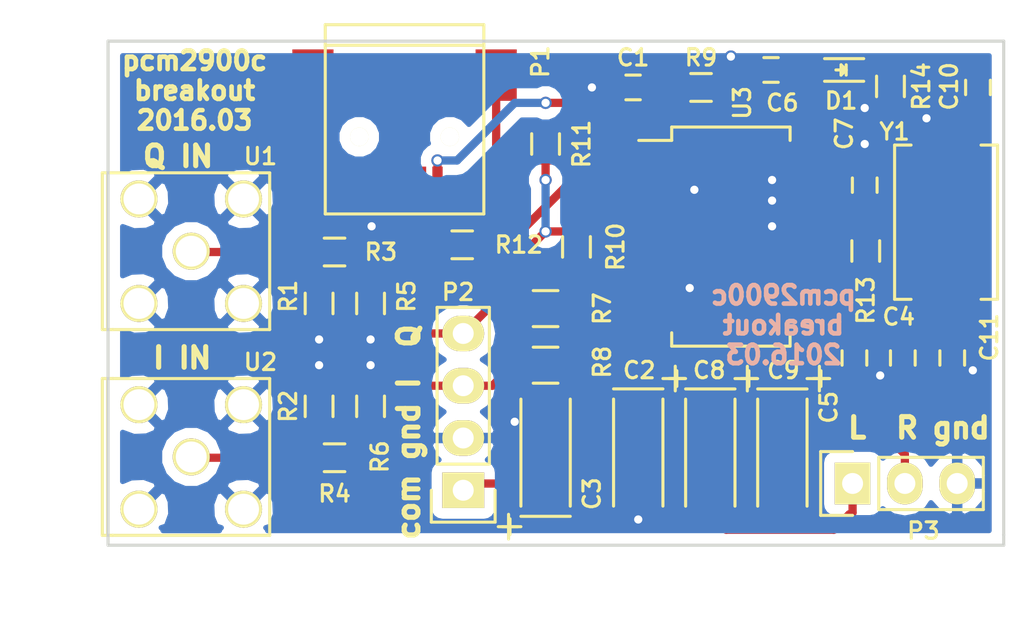
<source format=kicad_pcb>
(kicad_pcb (version 4) (host pcbnew 4.0.2-stable)

  (general
    (links 76)
    (no_connects 0)
    (area 112.672143 105 162.500001 135.000001)
    (thickness 1.6)
    (drawings 11)
    (tracks 228)
    (zones 0)
    (modules 33)
    (nets 33)
  )

  (page A4)
  (layers
    (0 F.Cu signal)
    (31 B.Cu signal)
    (32 B.Adhes user)
    (33 F.Adhes user)
    (34 B.Paste user)
    (35 F.Paste user)
    (36 B.SilkS user)
    (37 F.SilkS user)
    (38 B.Mask user)
    (39 F.Mask user)
    (40 Dwgs.User user)
    (41 Cmts.User user)
    (42 Eco1.User user)
    (43 Eco2.User user)
    (44 Edge.Cuts user)
    (45 Margin user)
    (46 B.CrtYd user)
    (47 F.CrtYd user)
    (48 B.Fab user)
    (49 F.Fab user)
  )

  (setup
    (last_trace_width 0.25)
    (user_trace_width 0.4)
    (trace_clearance 0.15)
    (zone_clearance 0.508)
    (zone_45_only no)
    (trace_min 0.2)
    (segment_width 0.2)
    (edge_width 0.15)
    (via_size 0.6)
    (via_drill 0.4)
    (via_min_size 0.4)
    (via_min_drill 0.3)
    (uvia_size 0.3)
    (uvia_drill 0.1)
    (uvias_allowed no)
    (uvia_min_size 0.2)
    (uvia_min_drill 0.1)
    (pcb_text_width 0.3)
    (pcb_text_size 1.5 1.5)
    (mod_edge_width 0.15)
    (mod_text_size 0.8 0.8)
    (mod_text_width 0.15)
    (pad_size 1.524 1.524)
    (pad_drill 0.762)
    (pad_to_mask_clearance 0.2)
    (aux_axis_origin 0 0)
    (visible_elements FFFEFF7F)
    (pcbplotparams
      (layerselection 0x010f0_80000001)
      (usegerberextensions true)
      (excludeedgelayer true)
      (linewidth 0.100000)
      (plotframeref false)
      (viasonmask false)
      (mode 1)
      (useauxorigin false)
      (hpglpennumber 1)
      (hpglpenspeed 20)
      (hpglpendiameter 15)
      (hpglpenoverlay 2)
      (psnegative false)
      (psa4output false)
      (plotreference true)
      (plotvalue true)
      (plotinvisibletext false)
      (padsonsilk false)
      (subtractmaskfromsilk false)
      (outputformat 1)
      (mirror false)
      (drillshape 0)
      (scaleselection 1)
      (outputdirectory gerbs/))
  )

  (net 0 "")
  (net 1 "Net-(C1-Pad1)")
  (net 2 GND)
  (net 3 "Net-(C2-Pad1)")
  (net 4 /VCOM)
  (net 5 "Net-(C4-Pad2)")
  (net 6 "Net-(C5-Pad2)")
  (net 7 "Net-(C6-Pad1)")
  (net 8 "Net-(C7-Pad2)")
  (net 9 "Net-(C8-Pad2)")
  (net 10 "Net-(C8-Pad1)")
  (net 11 "Net-(C9-Pad2)")
  (net 12 "Net-(C9-Pad1)")
  (net 13 "Net-(C10-Pad2)")
  (net 14 "Net-(C11-Pad2)")
  (net 15 "Net-(P1-Pad2)")
  (net 16 "Net-(P1-Pad3)")
  (net 17 "Net-(P1-Pad4)")
  (net 18 "Net-(P1-Pad6)")
  (net 19 /SMA_Q)
  (net 20 /SMA_I)
  (net 21 "Net-(R1-Pad1)")
  (net 22 "Net-(R2-Pad1)")
  (net 23 "Net-(R7-Pad1)")
  (net 24 "Net-(R8-Pad1)")
  (net 25 "Net-(R9-Pad1)")
  (net 26 "Net-(R11-Pad1)")
  (net 27 "Net-(R12-Pad1)")
  (net 28 "Net-(U3-Pad5)")
  (net 29 "Net-(U3-Pad6)")
  (net 30 "Net-(U3-Pad7)")
  (net 31 "Net-(U3-Pad25)")
  (net 32 "Net-(D1-Pad1)")

  (net_class Default "This is the default net class."
    (clearance 0.15)
    (trace_width 0.25)
    (via_dia 0.6)
    (via_drill 0.4)
    (uvia_dia 0.3)
    (uvia_drill 0.1)
    (add_net /SMA_I)
    (add_net /SMA_Q)
    (add_net /VCOM)
    (add_net GND)
    (add_net "Net-(C1-Pad1)")
    (add_net "Net-(C10-Pad2)")
    (add_net "Net-(C11-Pad2)")
    (add_net "Net-(C2-Pad1)")
    (add_net "Net-(C4-Pad2)")
    (add_net "Net-(C5-Pad2)")
    (add_net "Net-(C6-Pad1)")
    (add_net "Net-(C7-Pad2)")
    (add_net "Net-(C8-Pad1)")
    (add_net "Net-(C8-Pad2)")
    (add_net "Net-(C9-Pad1)")
    (add_net "Net-(C9-Pad2)")
    (add_net "Net-(D1-Pad1)")
    (add_net "Net-(P1-Pad2)")
    (add_net "Net-(P1-Pad3)")
    (add_net "Net-(P1-Pad4)")
    (add_net "Net-(P1-Pad6)")
    (add_net "Net-(R1-Pad1)")
    (add_net "Net-(R11-Pad1)")
    (add_net "Net-(R12-Pad1)")
    (add_net "Net-(R2-Pad1)")
    (add_net "Net-(R7-Pad1)")
    (add_net "Net-(R8-Pad1)")
    (add_net "Net-(R9-Pad1)")
    (add_net "Net-(U3-Pad25)")
    (add_net "Net-(U3-Pad5)")
    (add_net "Net-(U3-Pad6)")
    (add_net "Net-(U3-Pad7)")
  )

  (module Capacitors_SMD:C_0603 (layer F.Cu) (tedit 5415D631) (tstamp 56DDD0E3)
    (at 143.5 109.25 180)
    (descr "Capacitor SMD 0603, reflow soldering, AVX (see smccp.pdf)")
    (tags "capacitor 0603")
    (path /56DDCB68)
    (attr smd)
    (fp_text reference C1 (at 0 1.45 180) (layer F.SilkS)
      (effects (font (size 0.8 0.8) (thickness 0.15)))
    )
    (fp_text value "1 uF" (at 0 1.9 180) (layer F.Fab)
      (effects (font (size 0.8 0.8) (thickness 0.15)))
    )
    (fp_line (start -1.45 -0.75) (end 1.45 -0.75) (layer F.CrtYd) (width 0.05))
    (fp_line (start -1.45 0.75) (end 1.45 0.75) (layer F.CrtYd) (width 0.05))
    (fp_line (start -1.45 -0.75) (end -1.45 0.75) (layer F.CrtYd) (width 0.05))
    (fp_line (start 1.45 -0.75) (end 1.45 0.75) (layer F.CrtYd) (width 0.05))
    (fp_line (start -0.35 -0.6) (end 0.35 -0.6) (layer F.SilkS) (width 0.15))
    (fp_line (start 0.35 0.6) (end -0.35 0.6) (layer F.SilkS) (width 0.15))
    (pad 1 smd rect (at -0.75 0 180) (size 0.8 0.75) (layers F.Cu F.Paste F.Mask)
      (net 1 "Net-(C1-Pad1)"))
    (pad 2 smd rect (at 0.75 0 180) (size 0.8 0.75) (layers F.Cu F.Paste F.Mask)
      (net 2 GND))
    (model Capacitors_SMD.3dshapes/C_0603.wrl
      (at (xyz 0 0 0))
      (scale (xyz 1 1 1))
      (rotate (xyz 0 0 0))
    )
  )

  (module Capacitors_SMD:C_0603 (layer F.Cu) (tedit 5415D631) (tstamp 56DDD0F5)
    (at 156.6 122.4 90)
    (descr "Capacitor SMD 0603, reflow soldering, AVX (see smccp.pdf)")
    (tags "capacitor 0603")
    (path /56DDD906)
    (attr smd)
    (fp_text reference C4 (at 2 -0.2 180) (layer F.SilkS)
      (effects (font (size 0.8 0.8) (thickness 0.15)))
    )
    (fp_text value "1 uF" (at 0 1.9 90) (layer F.Fab)
      (effects (font (size 0.8 0.8) (thickness 0.15)))
    )
    (fp_line (start -1.45 -0.75) (end 1.45 -0.75) (layer F.CrtYd) (width 0.05))
    (fp_line (start -1.45 0.75) (end 1.45 0.75) (layer F.CrtYd) (width 0.05))
    (fp_line (start -1.45 -0.75) (end -1.45 0.75) (layer F.CrtYd) (width 0.05))
    (fp_line (start 1.45 -0.75) (end 1.45 0.75) (layer F.CrtYd) (width 0.05))
    (fp_line (start -0.35 -0.6) (end 0.35 -0.6) (layer F.SilkS) (width 0.15))
    (fp_line (start 0.35 0.6) (end -0.35 0.6) (layer F.SilkS) (width 0.15))
    (pad 1 smd rect (at -0.75 0 90) (size 0.8 0.75) (layers F.Cu F.Paste F.Mask)
      (net 2 GND))
    (pad 2 smd rect (at 0.75 0 90) (size 0.8 0.75) (layers F.Cu F.Paste F.Mask)
      (net 5 "Net-(C4-Pad2)"))
    (model Capacitors_SMD.3dshapes/C_0603.wrl
      (at (xyz 0 0 0))
      (scale (xyz 1 1 1))
      (rotate (xyz 0 0 0))
    )
  )

  (module Capacitors_SMD:C_0603 (layer F.Cu) (tedit 5415D631) (tstamp 56DDD0FB)
    (at 154.25 122.4 90)
    (descr "Capacitor SMD 0603, reflow soldering, AVX (see smccp.pdf)")
    (tags "capacitor 0603")
    (path /56DDD9D8)
    (attr smd)
    (fp_text reference C5 (at -2.4 -1.25 270) (layer F.SilkS)
      (effects (font (size 0.8 0.8) (thickness 0.15)))
    )
    (fp_text value "1 uF" (at 0 1.9 90) (layer F.Fab)
      (effects (font (size 0.8 0.8) (thickness 0.15)))
    )
    (fp_line (start -1.45 -0.75) (end 1.45 -0.75) (layer F.CrtYd) (width 0.05))
    (fp_line (start -1.45 0.75) (end 1.45 0.75) (layer F.CrtYd) (width 0.05))
    (fp_line (start -1.45 -0.75) (end -1.45 0.75) (layer F.CrtYd) (width 0.05))
    (fp_line (start 1.45 -0.75) (end 1.45 0.75) (layer F.CrtYd) (width 0.05))
    (fp_line (start -0.35 -0.6) (end 0.35 -0.6) (layer F.SilkS) (width 0.15))
    (fp_line (start 0.35 0.6) (end -0.35 0.6) (layer F.SilkS) (width 0.15))
    (pad 1 smd rect (at -0.75 0 90) (size 0.8 0.75) (layers F.Cu F.Paste F.Mask)
      (net 2 GND))
    (pad 2 smd rect (at 0.75 0 90) (size 0.8 0.75) (layers F.Cu F.Paste F.Mask)
      (net 6 "Net-(C5-Pad2)"))
    (model Capacitors_SMD.3dshapes/C_0603.wrl
      (at (xyz 0 0 0))
      (scale (xyz 1 1 1))
      (rotate (xyz 0 0 0))
    )
  )

  (module Capacitors_SMD:C_0603 (layer F.Cu) (tedit 5415D631) (tstamp 56DDD101)
    (at 150.2 108.4 180)
    (descr "Capacitor SMD 0603, reflow soldering, AVX (see smccp.pdf)")
    (tags "capacitor 0603")
    (path /56DE1A1E)
    (attr smd)
    (fp_text reference C6 (at -0.55 -1.6 180) (layer F.SilkS)
      (effects (font (size 0.8 0.8) (thickness 0.15)))
    )
    (fp_text value "1 uF" (at 0 1.9 180) (layer F.Fab)
      (effects (font (size 0.8 0.8) (thickness 0.15)))
    )
    (fp_line (start -1.45 -0.75) (end 1.45 -0.75) (layer F.CrtYd) (width 0.05))
    (fp_line (start -1.45 0.75) (end 1.45 0.75) (layer F.CrtYd) (width 0.05))
    (fp_line (start -1.45 -0.75) (end -1.45 0.75) (layer F.CrtYd) (width 0.05))
    (fp_line (start 1.45 -0.75) (end 1.45 0.75) (layer F.CrtYd) (width 0.05))
    (fp_line (start -0.35 -0.6) (end 0.35 -0.6) (layer F.SilkS) (width 0.15))
    (fp_line (start 0.35 0.6) (end -0.35 0.6) (layer F.SilkS) (width 0.15))
    (pad 1 smd rect (at -0.75 0 180) (size 0.8 0.75) (layers F.Cu F.Paste F.Mask)
      (net 7 "Net-(C6-Pad1)"))
    (pad 2 smd rect (at 0.75 0 180) (size 0.8 0.75) (layers F.Cu F.Paste F.Mask)
      (net 2 GND))
    (model Capacitors_SMD.3dshapes/C_0603.wrl
      (at (xyz 0 0 0))
      (scale (xyz 1 1 1))
      (rotate (xyz 0 0 0))
    )
  )

  (module Capacitors_SMD:C_0603 (layer F.Cu) (tedit 5415D631) (tstamp 56DDD107)
    (at 154.75 114 270)
    (descr "Capacitor SMD 0603, reflow soldering, AVX (see smccp.pdf)")
    (tags "capacitor 0603")
    (path /56DDDD29)
    (attr smd)
    (fp_text reference C7 (at -2.5 1 270) (layer F.SilkS)
      (effects (font (size 0.8 0.8) (thickness 0.15)))
    )
    (fp_text value "1 uF" (at 0 1.9 270) (layer F.Fab)
      (effects (font (size 0.8 0.8) (thickness 0.15)))
    )
    (fp_line (start -1.45 -0.75) (end 1.45 -0.75) (layer F.CrtYd) (width 0.05))
    (fp_line (start -1.45 0.75) (end 1.45 0.75) (layer F.CrtYd) (width 0.05))
    (fp_line (start -1.45 -0.75) (end -1.45 0.75) (layer F.CrtYd) (width 0.05))
    (fp_line (start 1.45 -0.75) (end 1.45 0.75) (layer F.CrtYd) (width 0.05))
    (fp_line (start -0.35 -0.6) (end 0.35 -0.6) (layer F.SilkS) (width 0.15))
    (fp_line (start 0.35 0.6) (end -0.35 0.6) (layer F.SilkS) (width 0.15))
    (pad 1 smd rect (at -0.75 0 270) (size 0.8 0.75) (layers F.Cu F.Paste F.Mask)
      (net 2 GND))
    (pad 2 smd rect (at 0.75 0 270) (size 0.8 0.75) (layers F.Cu F.Paste F.Mask)
      (net 8 "Net-(C7-Pad2)"))
    (model Capacitors_SMD.3dshapes/C_0603.wrl
      (at (xyz 0 0 0))
      (scale (xyz 1 1 1))
      (rotate (xyz 0 0 0))
    )
  )

  (module Capacitors_SMD:C_0603 (layer F.Cu) (tedit 5415D631) (tstamp 56DDD119)
    (at 160.25 109.25 270)
    (descr "Capacitor SMD 0603, reflow soldering, AVX (see smccp.pdf)")
    (tags "capacitor 0603")
    (path /56DDD578)
    (attr smd)
    (fp_text reference C10 (at -0.05 1.4 270) (layer F.SilkS)
      (effects (font (size 0.8 0.8) (thickness 0.15)))
    )
    (fp_text value "12 pF" (at 0 1.9 270) (layer F.Fab)
      (effects (font (size 0.8 0.8) (thickness 0.15)))
    )
    (fp_line (start -1.45 -0.75) (end 1.45 -0.75) (layer F.CrtYd) (width 0.05))
    (fp_line (start -1.45 0.75) (end 1.45 0.75) (layer F.CrtYd) (width 0.05))
    (fp_line (start -1.45 -0.75) (end -1.45 0.75) (layer F.CrtYd) (width 0.05))
    (fp_line (start 1.45 -0.75) (end 1.45 0.75) (layer F.CrtYd) (width 0.05))
    (fp_line (start -0.35 -0.6) (end 0.35 -0.6) (layer F.SilkS) (width 0.15))
    (fp_line (start 0.35 0.6) (end -0.35 0.6) (layer F.SilkS) (width 0.15))
    (pad 1 smd rect (at -0.75 0 270) (size 0.8 0.75) (layers F.Cu F.Paste F.Mask)
      (net 2 GND))
    (pad 2 smd rect (at 0.75 0 270) (size 0.8 0.75) (layers F.Cu F.Paste F.Mask)
      (net 13 "Net-(C10-Pad2)"))
    (model Capacitors_SMD.3dshapes/C_0603.wrl
      (at (xyz 0 0 0))
      (scale (xyz 1 1 1))
      (rotate (xyz 0 0 0))
    )
  )

  (module Capacitors_SMD:C_0603 (layer F.Cu) (tedit 5415D631) (tstamp 56DDD11F)
    (at 159 122.4 90)
    (descr "Capacitor SMD 0603, reflow soldering, AVX (see smccp.pdf)")
    (tags "capacitor 0603")
    (path /56DDD680)
    (attr smd)
    (fp_text reference C11 (at 1 1.8 90) (layer F.SilkS)
      (effects (font (size 0.8 0.8) (thickness 0.15)))
    )
    (fp_text value "12 pF" (at 0 1.9 90) (layer F.Fab)
      (effects (font (size 0.8 0.8) (thickness 0.15)))
    )
    (fp_line (start -1.45 -0.75) (end 1.45 -0.75) (layer F.CrtYd) (width 0.05))
    (fp_line (start -1.45 0.75) (end 1.45 0.75) (layer F.CrtYd) (width 0.05))
    (fp_line (start -1.45 -0.75) (end -1.45 0.75) (layer F.CrtYd) (width 0.05))
    (fp_line (start 1.45 -0.75) (end 1.45 0.75) (layer F.CrtYd) (width 0.05))
    (fp_line (start -0.35 -0.6) (end 0.35 -0.6) (layer F.SilkS) (width 0.15))
    (fp_line (start 0.35 0.6) (end -0.35 0.6) (layer F.SilkS) (width 0.15))
    (pad 1 smd rect (at -0.75 0 90) (size 0.8 0.75) (layers F.Cu F.Paste F.Mask)
      (net 2 GND))
    (pad 2 smd rect (at 0.75 0 90) (size 0.8 0.75) (layers F.Cu F.Paste F.Mask)
      (net 14 "Net-(C11-Pad2)"))
    (model Capacitors_SMD.3dshapes/C_0603.wrl
      (at (xyz 0 0 0))
      (scale (xyz 1 1 1))
      (rotate (xyz 0 0 0))
    )
  )

  (module Connect:USB_Mini-B (layer F.Cu) (tedit 5543E571) (tstamp 56DDD142)
    (at 132.4 110.8 270)
    (descr "USB Mini-B 5-pin SMD connector")
    (tags "USB USB_B USB_Mini connector")
    (path /56DD3370)
    (attr smd)
    (fp_text reference P1 (at -2.8 -6.6 270) (layer F.SilkS)
      (effects (font (size 0.8 0.8) (thickness 0.15)))
    )
    (fp_text value USB_OTG (at 0 -7.0993 270) (layer F.Fab)
      (effects (font (size 0.8 0.8) (thickness 0.15)))
    )
    (fp_line (start -4.85 -5.7) (end 4.85 -5.7) (layer F.CrtYd) (width 0.05))
    (fp_line (start 4.85 -5.7) (end 4.85 5.7) (layer F.CrtYd) (width 0.05))
    (fp_line (start 4.85 5.7) (end -4.85 5.7) (layer F.CrtYd) (width 0.05))
    (fp_line (start -4.85 5.7) (end -4.85 -5.7) (layer F.CrtYd) (width 0.05))
    (fp_line (start -3.59918 -3.85064) (end -3.59918 3.85064) (layer F.SilkS) (width 0.15))
    (fp_line (start -4.59994 -3.85064) (end -4.59994 3.85064) (layer F.SilkS) (width 0.15))
    (fp_line (start -4.59994 3.85064) (end 4.59994 3.85064) (layer F.SilkS) (width 0.15))
    (fp_line (start 4.59994 3.85064) (end 4.59994 -3.85064) (layer F.SilkS) (width 0.15))
    (fp_line (start 4.59994 -3.85064) (end -4.59994 -3.85064) (layer F.SilkS) (width 0.15))
    (pad 1 smd rect (at 3.44932 -1.6002 270) (size 2.30124 0.50038) (layers F.Cu F.Paste F.Mask)
      (net 1 "Net-(C1-Pad1)"))
    (pad 2 smd rect (at 3.44932 -0.8001 270) (size 2.30124 0.50038) (layers F.Cu F.Paste F.Mask)
      (net 15 "Net-(P1-Pad2)"))
    (pad 3 smd rect (at 3.44932 0 270) (size 2.30124 0.50038) (layers F.Cu F.Paste F.Mask)
      (net 16 "Net-(P1-Pad3)"))
    (pad 4 smd rect (at 3.44932 0.8001 270) (size 2.30124 0.50038) (layers F.Cu F.Paste F.Mask)
      (net 17 "Net-(P1-Pad4)"))
    (pad 5 smd rect (at 3.44932 1.6002 270) (size 2.30124 0.50038) (layers F.Cu F.Paste F.Mask)
      (net 2 GND))
    (pad 6 smd rect (at 3.35026 -4.45008 270) (size 2.49936 1.99898) (layers F.Cu F.Paste F.Mask)
      (net 18 "Net-(P1-Pad6)"))
    (pad 6 smd rect (at -2.14884 -4.45008 270) (size 2.49936 1.99898) (layers F.Cu F.Paste F.Mask)
      (net 18 "Net-(P1-Pad6)"))
    (pad 6 smd rect (at 3.35026 4.45008 270) (size 2.49936 1.99898) (layers F.Cu F.Paste F.Mask)
      (net 18 "Net-(P1-Pad6)"))
    (pad 6 smd rect (at -2.14884 4.45008 270) (size 2.49936 1.99898) (layers F.Cu F.Paste F.Mask)
      (net 18 "Net-(P1-Pad6)"))
    (pad "" np_thru_hole circle (at 0.8509 -2.19964 270) (size 0.89916 0.89916) (drill 0.89916) (layers *.Cu *.Mask F.SilkS))
    (pad "" np_thru_hole circle (at 0.8509 2.19964 270) (size 0.89916 0.89916) (drill 0.89916) (layers *.Cu *.Mask F.SilkS))
  )

  (module Pin_Headers:Pin_Header_Straight_1x04 (layer F.Cu) (tedit 0) (tstamp 56DDD14A)
    (at 135.25 128.83 180)
    (descr "Through hole pin header")
    (tags "pin header")
    (path /56DE0AD3)
    (fp_text reference P2 (at 0.25 9.63 360) (layer F.SilkS)
      (effects (font (size 0.8 0.8) (thickness 0.15)))
    )
    (fp_text value CONN_01X04 (at 0 -3.1 180) (layer F.Fab)
      (effects (font (size 0.8 0.8) (thickness 0.15)))
    )
    (fp_line (start -1.75 -1.75) (end -1.75 9.4) (layer F.CrtYd) (width 0.05))
    (fp_line (start 1.75 -1.75) (end 1.75 9.4) (layer F.CrtYd) (width 0.05))
    (fp_line (start -1.75 -1.75) (end 1.75 -1.75) (layer F.CrtYd) (width 0.05))
    (fp_line (start -1.75 9.4) (end 1.75 9.4) (layer F.CrtYd) (width 0.05))
    (fp_line (start -1.27 1.27) (end -1.27 8.89) (layer F.SilkS) (width 0.15))
    (fp_line (start 1.27 1.27) (end 1.27 8.89) (layer F.SilkS) (width 0.15))
    (fp_line (start 1.55 -1.55) (end 1.55 0) (layer F.SilkS) (width 0.15))
    (fp_line (start -1.27 8.89) (end 1.27 8.89) (layer F.SilkS) (width 0.15))
    (fp_line (start 1.27 1.27) (end -1.27 1.27) (layer F.SilkS) (width 0.15))
    (fp_line (start -1.55 0) (end -1.55 -1.55) (layer F.SilkS) (width 0.15))
    (fp_line (start -1.55 -1.55) (end 1.55 -1.55) (layer F.SilkS) (width 0.15))
    (pad 1 thru_hole rect (at 0 0 180) (size 2.032 1.7272) (drill 1.016) (layers *.Cu *.Mask F.SilkS)
      (net 4 /VCOM))
    (pad 2 thru_hole oval (at 0 2.54 180) (size 2.032 1.7272) (drill 1.016) (layers *.Cu *.Mask F.SilkS)
      (net 2 GND))
    (pad 3 thru_hole oval (at 0 5.08 180) (size 2.032 1.7272) (drill 1.016) (layers *.Cu *.Mask F.SilkS)
      (net 20 /SMA_I))
    (pad 4 thru_hole oval (at 0 7.62 180) (size 2.032 1.7272) (drill 1.016) (layers *.Cu *.Mask F.SilkS)
      (net 19 /SMA_Q))
    (model Pin_Headers.3dshapes/Pin_Header_Straight_1x04.wrl
      (at (xyz 0 -0.15 0))
      (scale (xyz 1 1 1))
      (rotate (xyz 0 0 90))
    )
  )

  (module Pin_Headers:Pin_Header_Straight_1x03 (layer F.Cu) (tedit 0) (tstamp 56DDD151)
    (at 154.16 128.5 90)
    (descr "Through hole pin header")
    (tags "pin header")
    (path /56DDE12A)
    (fp_text reference P3 (at -2.3 3.44 180) (layer F.SilkS)
      (effects (font (size 0.8 0.8) (thickness 0.15)))
    )
    (fp_text value CONN_01X03 (at 0 -3.1 90) (layer F.Fab)
      (effects (font (size 0.8 0.8) (thickness 0.15)))
    )
    (fp_line (start -1.75 -1.75) (end -1.75 6.85) (layer F.CrtYd) (width 0.05))
    (fp_line (start 1.75 -1.75) (end 1.75 6.85) (layer F.CrtYd) (width 0.05))
    (fp_line (start -1.75 -1.75) (end 1.75 -1.75) (layer F.CrtYd) (width 0.05))
    (fp_line (start -1.75 6.85) (end 1.75 6.85) (layer F.CrtYd) (width 0.05))
    (fp_line (start -1.27 1.27) (end -1.27 6.35) (layer F.SilkS) (width 0.15))
    (fp_line (start -1.27 6.35) (end 1.27 6.35) (layer F.SilkS) (width 0.15))
    (fp_line (start 1.27 6.35) (end 1.27 1.27) (layer F.SilkS) (width 0.15))
    (fp_line (start 1.55 -1.55) (end 1.55 0) (layer F.SilkS) (width 0.15))
    (fp_line (start 1.27 1.27) (end -1.27 1.27) (layer F.SilkS) (width 0.15))
    (fp_line (start -1.55 0) (end -1.55 -1.55) (layer F.SilkS) (width 0.15))
    (fp_line (start -1.55 -1.55) (end 1.55 -1.55) (layer F.SilkS) (width 0.15))
    (pad 1 thru_hole rect (at 0 0 90) (size 2.032 1.7272) (drill 1.016) (layers *.Cu *.Mask F.SilkS)
      (net 9 "Net-(C8-Pad2)"))
    (pad 2 thru_hole oval (at 0 2.54 90) (size 2.032 1.7272) (drill 1.016) (layers *.Cu *.Mask F.SilkS)
      (net 11 "Net-(C9-Pad2)"))
    (pad 3 thru_hole oval (at 0 5.08 90) (size 2.032 1.7272) (drill 1.016) (layers *.Cu *.Mask F.SilkS)
      (net 2 GND))
    (model Pin_Headers.3dshapes/Pin_Header_Straight_1x03.wrl
      (at (xyz 0 -0.1 0))
      (scale (xyz 1 1 1))
      (rotate (xyz 0 0 90))
    )
  )

  (module Resistors_SMD:R_0603 (layer F.Cu) (tedit 5415CC62) (tstamp 56DDD157)
    (at 128.25 119.75 270)
    (descr "Resistor SMD 0603, reflow soldering, Vishay (see dcrcw.pdf)")
    (tags "resistor 0603")
    (path /56DE02F0)
    (attr smd)
    (fp_text reference R1 (at -0.35 1.5 270) (layer F.SilkS)
      (effects (font (size 0.8 0.8) (thickness 0.15)))
    )
    (fp_text value DNP (at 0 1.9 270) (layer F.Fab)
      (effects (font (size 0.8 0.8) (thickness 0.15)))
    )
    (fp_line (start -1.3 -0.8) (end 1.3 -0.8) (layer F.CrtYd) (width 0.05))
    (fp_line (start -1.3 0.8) (end 1.3 0.8) (layer F.CrtYd) (width 0.05))
    (fp_line (start -1.3 -0.8) (end -1.3 0.8) (layer F.CrtYd) (width 0.05))
    (fp_line (start 1.3 -0.8) (end 1.3 0.8) (layer F.CrtYd) (width 0.05))
    (fp_line (start 0.5 0.675) (end -0.5 0.675) (layer F.SilkS) (width 0.15))
    (fp_line (start -0.5 -0.675) (end 0.5 -0.675) (layer F.SilkS) (width 0.15))
    (pad 1 smd rect (at -0.75 0 270) (size 0.5 0.9) (layers F.Cu F.Paste F.Mask)
      (net 21 "Net-(R1-Pad1)"))
    (pad 2 smd rect (at 0.75 0 270) (size 0.5 0.9) (layers F.Cu F.Paste F.Mask)
      (net 2 GND))
    (model Resistors_SMD.3dshapes/R_0603.wrl
      (at (xyz 0 0 0))
      (scale (xyz 1 1 1))
      (rotate (xyz 0 0 0))
    )
  )

  (module Resistors_SMD:R_0603 (layer F.Cu) (tedit 5415CC62) (tstamp 56DDD15D)
    (at 128.25 124.75 90)
    (descr "Resistor SMD 0603, reflow soldering, Vishay (see dcrcw.pdf)")
    (tags "resistor 0603")
    (path /56DDFB25)
    (attr smd)
    (fp_text reference R2 (at 0 -1.5 90) (layer F.SilkS)
      (effects (font (size 0.8 0.8) (thickness 0.15)))
    )
    (fp_text value DNP (at 0 1.9 90) (layer F.Fab)
      (effects (font (size 0.8 0.8) (thickness 0.15)))
    )
    (fp_line (start -1.3 -0.8) (end 1.3 -0.8) (layer F.CrtYd) (width 0.05))
    (fp_line (start -1.3 0.8) (end 1.3 0.8) (layer F.CrtYd) (width 0.05))
    (fp_line (start -1.3 -0.8) (end -1.3 0.8) (layer F.CrtYd) (width 0.05))
    (fp_line (start 1.3 -0.8) (end 1.3 0.8) (layer F.CrtYd) (width 0.05))
    (fp_line (start 0.5 0.675) (end -0.5 0.675) (layer F.SilkS) (width 0.15))
    (fp_line (start -0.5 -0.675) (end 0.5 -0.675) (layer F.SilkS) (width 0.15))
    (pad 1 smd rect (at -0.75 0 90) (size 0.5 0.9) (layers F.Cu F.Paste F.Mask)
      (net 22 "Net-(R2-Pad1)"))
    (pad 2 smd rect (at 0.75 0 90) (size 0.5 0.9) (layers F.Cu F.Paste F.Mask)
      (net 2 GND))
    (model Resistors_SMD.3dshapes/R_0603.wrl
      (at (xyz 0 0 0))
      (scale (xyz 1 1 1))
      (rotate (xyz 0 0 0))
    )
  )

  (module Resistors_SMD:R_0603 (layer F.Cu) (tedit 5415CC62) (tstamp 56DDD163)
    (at 129 117.25 180)
    (descr "Resistor SMD 0603, reflow soldering, Vishay (see dcrcw.pdf)")
    (tags "resistor 0603")
    (path /56DE02FC)
    (attr smd)
    (fp_text reference R3 (at -2.25 0 180) (layer F.SilkS)
      (effects (font (size 0.8 0.8) (thickness 0.15)))
    )
    (fp_text value 0 (at 0 1.9 180) (layer F.Fab)
      (effects (font (size 0.8 0.8) (thickness 0.15)))
    )
    (fp_line (start -1.3 -0.8) (end 1.3 -0.8) (layer F.CrtYd) (width 0.05))
    (fp_line (start -1.3 0.8) (end 1.3 0.8) (layer F.CrtYd) (width 0.05))
    (fp_line (start -1.3 -0.8) (end -1.3 0.8) (layer F.CrtYd) (width 0.05))
    (fp_line (start 1.3 -0.8) (end 1.3 0.8) (layer F.CrtYd) (width 0.05))
    (fp_line (start 0.5 0.675) (end -0.5 0.675) (layer F.SilkS) (width 0.15))
    (fp_line (start -0.5 -0.675) (end 0.5 -0.675) (layer F.SilkS) (width 0.15))
    (pad 1 smd rect (at -0.75 0 180) (size 0.5 0.9) (layers F.Cu F.Paste F.Mask)
      (net 19 /SMA_Q))
    (pad 2 smd rect (at 0.75 0 180) (size 0.5 0.9) (layers F.Cu F.Paste F.Mask)
      (net 21 "Net-(R1-Pad1)"))
    (model Resistors_SMD.3dshapes/R_0603.wrl
      (at (xyz 0 0 0))
      (scale (xyz 1 1 1))
      (rotate (xyz 0 0 0))
    )
  )

  (module Resistors_SMD:R_0603 (layer F.Cu) (tedit 5415CC62) (tstamp 56DDD169)
    (at 129 127.25 180)
    (descr "Resistor SMD 0603, reflow soldering, Vishay (see dcrcw.pdf)")
    (tags "resistor 0603")
    (path /56DDFBE3)
    (attr smd)
    (fp_text reference R4 (at 0 -1.75 180) (layer F.SilkS)
      (effects (font (size 0.8 0.8) (thickness 0.15)))
    )
    (fp_text value 0 (at 0 1.9 180) (layer F.Fab)
      (effects (font (size 0.8 0.8) (thickness 0.15)))
    )
    (fp_line (start -1.3 -0.8) (end 1.3 -0.8) (layer F.CrtYd) (width 0.05))
    (fp_line (start -1.3 0.8) (end 1.3 0.8) (layer F.CrtYd) (width 0.05))
    (fp_line (start -1.3 -0.8) (end -1.3 0.8) (layer F.CrtYd) (width 0.05))
    (fp_line (start 1.3 -0.8) (end 1.3 0.8) (layer F.CrtYd) (width 0.05))
    (fp_line (start 0.5 0.675) (end -0.5 0.675) (layer F.SilkS) (width 0.15))
    (fp_line (start -0.5 -0.675) (end 0.5 -0.675) (layer F.SilkS) (width 0.15))
    (pad 1 smd rect (at -0.75 0 180) (size 0.5 0.9) (layers F.Cu F.Paste F.Mask)
      (net 20 /SMA_I))
    (pad 2 smd rect (at 0.75 0 180) (size 0.5 0.9) (layers F.Cu F.Paste F.Mask)
      (net 22 "Net-(R2-Pad1)"))
    (model Resistors_SMD.3dshapes/R_0603.wrl
      (at (xyz 0 0 0))
      (scale (xyz 1 1 1))
      (rotate (xyz 0 0 0))
    )
  )

  (module Resistors_SMD:R_0603 (layer F.Cu) (tedit 5415CC62) (tstamp 56DDD16F)
    (at 130.75 119.75 270)
    (descr "Resistor SMD 0603, reflow soldering, Vishay (see dcrcw.pdf)")
    (tags "resistor 0603")
    (path /56DE02F6)
    (attr smd)
    (fp_text reference R5 (at -0.35 -1.75 270) (layer F.SilkS)
      (effects (font (size 0.8 0.8) (thickness 0.15)))
    )
    (fp_text value DNP (at 0 1.9 270) (layer F.Fab)
      (effects (font (size 0.8 0.8) (thickness 0.15)))
    )
    (fp_line (start -1.3 -0.8) (end 1.3 -0.8) (layer F.CrtYd) (width 0.05))
    (fp_line (start -1.3 0.8) (end 1.3 0.8) (layer F.CrtYd) (width 0.05))
    (fp_line (start -1.3 -0.8) (end -1.3 0.8) (layer F.CrtYd) (width 0.05))
    (fp_line (start 1.3 -0.8) (end 1.3 0.8) (layer F.CrtYd) (width 0.05))
    (fp_line (start 0.5 0.675) (end -0.5 0.675) (layer F.SilkS) (width 0.15))
    (fp_line (start -0.5 -0.675) (end 0.5 -0.675) (layer F.SilkS) (width 0.15))
    (pad 1 smd rect (at -0.75 0 270) (size 0.5 0.9) (layers F.Cu F.Paste F.Mask)
      (net 19 /SMA_Q))
    (pad 2 smd rect (at 0.75 0 270) (size 0.5 0.9) (layers F.Cu F.Paste F.Mask)
      (net 2 GND))
    (model Resistors_SMD.3dshapes/R_0603.wrl
      (at (xyz 0 0 0))
      (scale (xyz 1 1 1))
      (rotate (xyz 0 0 0))
    )
  )

  (module Resistors_SMD:R_0603 (layer F.Cu) (tedit 5415CC62) (tstamp 56DDD175)
    (at 130.75 124.75 90)
    (descr "Resistor SMD 0603, reflow soldering, Vishay (see dcrcw.pdf)")
    (tags "resistor 0603")
    (path /56DDFB83)
    (attr smd)
    (fp_text reference R6 (at -2.45 0.45 90) (layer F.SilkS)
      (effects (font (size 0.8 0.8) (thickness 0.15)))
    )
    (fp_text value DNP (at 0 1.9 90) (layer F.Fab)
      (effects (font (size 0.8 0.8) (thickness 0.15)))
    )
    (fp_line (start -1.3 -0.8) (end 1.3 -0.8) (layer F.CrtYd) (width 0.05))
    (fp_line (start -1.3 0.8) (end 1.3 0.8) (layer F.CrtYd) (width 0.05))
    (fp_line (start -1.3 -0.8) (end -1.3 0.8) (layer F.CrtYd) (width 0.05))
    (fp_line (start 1.3 -0.8) (end 1.3 0.8) (layer F.CrtYd) (width 0.05))
    (fp_line (start 0.5 0.675) (end -0.5 0.675) (layer F.SilkS) (width 0.15))
    (fp_line (start -0.5 -0.675) (end 0.5 -0.675) (layer F.SilkS) (width 0.15))
    (pad 1 smd rect (at -0.75 0 90) (size 0.5 0.9) (layers F.Cu F.Paste F.Mask)
      (net 20 /SMA_I))
    (pad 2 smd rect (at 0.75 0 90) (size 0.5 0.9) (layers F.Cu F.Paste F.Mask)
      (net 2 GND))
    (model Resistors_SMD.3dshapes/R_0603.wrl
      (at (xyz 0 0 0))
      (scale (xyz 1 1 1))
      (rotate (xyz 0 0 0))
    )
  )

  (module Resistors_SMD:R_0603 (layer F.Cu) (tedit 5415CC62) (tstamp 56DDD187)
    (at 146.8 109.25 180)
    (descr "Resistor SMD 0603, reflow soldering, Vishay (see dcrcw.pdf)")
    (tags "resistor 0603")
    (path /56DE1515)
    (attr smd)
    (fp_text reference R9 (at 0 1.45 180) (layer F.SilkS)
      (effects (font (size 0.8 0.8) (thickness 0.15)))
    )
    (fp_text value 2.2 (at 0 1.9 180) (layer F.Fab)
      (effects (font (size 0.8 0.8) (thickness 0.15)))
    )
    (fp_line (start -1.3 -0.8) (end 1.3 -0.8) (layer F.CrtYd) (width 0.05))
    (fp_line (start -1.3 0.8) (end 1.3 0.8) (layer F.CrtYd) (width 0.05))
    (fp_line (start -1.3 -0.8) (end -1.3 0.8) (layer F.CrtYd) (width 0.05))
    (fp_line (start 1.3 -0.8) (end 1.3 0.8) (layer F.CrtYd) (width 0.05))
    (fp_line (start 0.5 0.675) (end -0.5 0.675) (layer F.SilkS) (width 0.15))
    (fp_line (start -0.5 -0.675) (end 0.5 -0.675) (layer F.SilkS) (width 0.15))
    (pad 1 smd rect (at -0.75 0 180) (size 0.5 0.9) (layers F.Cu F.Paste F.Mask)
      (net 25 "Net-(R9-Pad1)"))
    (pad 2 smd rect (at 0.75 0 180) (size 0.5 0.9) (layers F.Cu F.Paste F.Mask)
      (net 1 "Net-(C1-Pad1)"))
    (model Resistors_SMD.3dshapes/R_0603.wrl
      (at (xyz 0 0 0))
      (scale (xyz 1 1 1))
      (rotate (xyz 0 0 0))
    )
  )

  (module Resistors_SMD:R_0603 (layer F.Cu) (tedit 5415CC62) (tstamp 56DDD18D)
    (at 140.75 117 270)
    (descr "Resistor SMD 0603, reflow soldering, Vishay (see dcrcw.pdf)")
    (tags "resistor 0603")
    (path /56DDCF79)
    (attr smd)
    (fp_text reference R10 (at 0 -1.9 270) (layer F.SilkS)
      (effects (font (size 0.8 0.8) (thickness 0.15)))
    )
    (fp_text value 1k5 (at 0 1.9 270) (layer F.Fab)
      (effects (font (size 0.8 0.8) (thickness 0.15)))
    )
    (fp_line (start -1.3 -0.8) (end 1.3 -0.8) (layer F.CrtYd) (width 0.05))
    (fp_line (start -1.3 0.8) (end 1.3 0.8) (layer F.CrtYd) (width 0.05))
    (fp_line (start -1.3 -0.8) (end -1.3 0.8) (layer F.CrtYd) (width 0.05))
    (fp_line (start 1.3 -0.8) (end 1.3 0.8) (layer F.CrtYd) (width 0.05))
    (fp_line (start 0.5 0.675) (end -0.5 0.675) (layer F.SilkS) (width 0.15))
    (fp_line (start -0.5 -0.675) (end 0.5 -0.675) (layer F.SilkS) (width 0.15))
    (pad 1 smd rect (at -0.75 0 270) (size 0.5 0.9) (layers F.Cu F.Paste F.Mask)
      (net 16 "Net-(P1-Pad3)"))
    (pad 2 smd rect (at 0.75 0 270) (size 0.5 0.9) (layers F.Cu F.Paste F.Mask)
      (net 7 "Net-(C6-Pad1)"))
    (model Resistors_SMD.3dshapes/R_0603.wrl
      (at (xyz 0 0 0))
      (scale (xyz 1 1 1))
      (rotate (xyz 0 0 0))
    )
  )

  (module Resistors_SMD:R_0603 (layer F.Cu) (tedit 5415CC62) (tstamp 56DDD193)
    (at 139.25 112 270)
    (descr "Resistor SMD 0603, reflow soldering, Vishay (see dcrcw.pdf)")
    (tags "resistor 0603")
    (path /56DDCDAD)
    (attr smd)
    (fp_text reference R11 (at 0 -1.75 270) (layer F.SilkS)
      (effects (font (size 0.8 0.8) (thickness 0.15)))
    )
    (fp_text value 22 (at 0 1.9 270) (layer F.Fab)
      (effects (font (size 0.8 0.8) (thickness 0.15)))
    )
    (fp_line (start -1.3 -0.8) (end 1.3 -0.8) (layer F.CrtYd) (width 0.05))
    (fp_line (start -1.3 0.8) (end 1.3 0.8) (layer F.CrtYd) (width 0.05))
    (fp_line (start -1.3 -0.8) (end -1.3 0.8) (layer F.CrtYd) (width 0.05))
    (fp_line (start 1.3 -0.8) (end 1.3 0.8) (layer F.CrtYd) (width 0.05))
    (fp_line (start 0.5 0.675) (end -0.5 0.675) (layer F.SilkS) (width 0.15))
    (fp_line (start -0.5 -0.675) (end 0.5 -0.675) (layer F.SilkS) (width 0.15))
    (pad 1 smd rect (at -0.75 0 270) (size 0.5 0.9) (layers F.Cu F.Paste F.Mask)
      (net 26 "Net-(R11-Pad1)"))
    (pad 2 smd rect (at 0.75 0 270) (size 0.5 0.9) (layers F.Cu F.Paste F.Mask)
      (net 16 "Net-(P1-Pad3)"))
    (model Resistors_SMD.3dshapes/R_0603.wrl
      (at (xyz 0 0 0))
      (scale (xyz 1 1 1))
      (rotate (xyz 0 0 0))
    )
  )

  (module Resistors_SMD:R_0603 (layer F.Cu) (tedit 5415CC62) (tstamp 56DDD199)
    (at 135.2 116.9 180)
    (descr "Resistor SMD 0603, reflow soldering, Vishay (see dcrcw.pdf)")
    (tags "resistor 0603")
    (path /56DDCBCD)
    (attr smd)
    (fp_text reference R12 (at -2.75 0 180) (layer F.SilkS)
      (effects (font (size 0.8 0.8) (thickness 0.15)))
    )
    (fp_text value 22 (at 0 1.9 180) (layer F.Fab)
      (effects (font (size 0.8 0.8) (thickness 0.15)))
    )
    (fp_line (start -1.3 -0.8) (end 1.3 -0.8) (layer F.CrtYd) (width 0.05))
    (fp_line (start -1.3 0.8) (end 1.3 0.8) (layer F.CrtYd) (width 0.05))
    (fp_line (start -1.3 -0.8) (end -1.3 0.8) (layer F.CrtYd) (width 0.05))
    (fp_line (start 1.3 -0.8) (end 1.3 0.8) (layer F.CrtYd) (width 0.05))
    (fp_line (start 0.5 0.675) (end -0.5 0.675) (layer F.SilkS) (width 0.15))
    (fp_line (start -0.5 -0.675) (end 0.5 -0.675) (layer F.SilkS) (width 0.15))
    (pad 1 smd rect (at -0.75 0 180) (size 0.5 0.9) (layers F.Cu F.Paste F.Mask)
      (net 27 "Net-(R12-Pad1)"))
    (pad 2 smd rect (at 0.75 0 180) (size 0.5 0.9) (layers F.Cu F.Paste F.Mask)
      (net 15 "Net-(P1-Pad2)"))
    (model Resistors_SMD.3dshapes/R_0603.wrl
      (at (xyz 0 0 0))
      (scale (xyz 1 1 1))
      (rotate (xyz 0 0 0))
    )
  )

  (module Resistors_SMD:R_0603 (layer F.Cu) (tedit 5415CC62) (tstamp 56DDD19F)
    (at 154.8 117.2 90)
    (descr "Resistor SMD 0603, reflow soldering, Vishay (see dcrcw.pdf)")
    (tags "resistor 0603")
    (path /56DDD2E1)
    (attr smd)
    (fp_text reference R13 (at -2.4 0 90) (layer F.SilkS)
      (effects (font (size 0.8 0.8) (thickness 0.15)))
    )
    (fp_text value "1 M" (at 0 1.9 90) (layer F.Fab)
      (effects (font (size 0.8 0.8) (thickness 0.15)))
    )
    (fp_line (start -1.3 -0.8) (end 1.3 -0.8) (layer F.CrtYd) (width 0.05))
    (fp_line (start -1.3 0.8) (end 1.3 0.8) (layer F.CrtYd) (width 0.05))
    (fp_line (start -1.3 -0.8) (end -1.3 0.8) (layer F.CrtYd) (width 0.05))
    (fp_line (start 1.3 -0.8) (end 1.3 0.8) (layer F.CrtYd) (width 0.05))
    (fp_line (start 0.5 0.675) (end -0.5 0.675) (layer F.SilkS) (width 0.15))
    (fp_line (start -0.5 -0.675) (end 0.5 -0.675) (layer F.SilkS) (width 0.15))
    (pad 1 smd rect (at -0.75 0 90) (size 0.5 0.9) (layers F.Cu F.Paste F.Mask)
      (net 14 "Net-(C11-Pad2)"))
    (pad 2 smd rect (at 0.75 0 90) (size 0.5 0.9) (layers F.Cu F.Paste F.Mask)
      (net 13 "Net-(C10-Pad2)"))
    (model Resistors_SMD.3dshapes/R_0603.wrl
      (at (xyz 0 0 0))
      (scale (xyz 1 1 1))
      (rotate (xyz 0 0 0))
    )
  )

  (module vna_footprints:732512200_SMA (layer F.Cu) (tedit 56AF1EC8) (tstamp 56DDD1A8)
    (at 122.04 117.21)
    (path /56DDF200)
    (fp_text reference U1 (at 3.36 -4.61) (layer F.SilkS)
      (effects (font (size 0.8 0.8) (thickness 0.15)))
    )
    (fp_text value CONN_SMA (at -6 -6) (layer F.Fab)
      (effects (font (size 0.8 0.8) (thickness 0.15)))
    )
    (fp_line (start -4.064 3.81) (end -4.064 -3.81) (layer F.SilkS) (width 0.15))
    (fp_line (start -4.318 3.81) (end -3.81 3.81) (layer F.SilkS) (width 0.15))
    (fp_line (start -4.318 -3.81) (end -4.318 3.81) (layer F.SilkS) (width 0.15))
    (fp_line (start -4.318 -3.81) (end -3.81 -3.81) (layer F.SilkS) (width 0.15))
    (fp_line (start 3.81 3.81) (end -3.81 3.81) (layer F.SilkS) (width 0.15))
    (fp_line (start 3.81 -3.81) (end 3.81 3.81) (layer F.SilkS) (width 0.15))
    (fp_line (start -3.81 -3.81) (end 3.81 -3.81) (layer F.SilkS) (width 0.15))
    (pad 1 thru_hole circle (at 0 0) (size 1.8 1.8) (drill 1.5) (layers *.Cu *.Mask F.SilkS)
      (net 21 "Net-(R1-Pad1)"))
    (pad 2 thru_hole circle (at -2.54 2.54) (size 1.8 1.8) (drill 1.5) (layers *.Cu *.Mask F.SilkS)
      (net 2 GND))
    (pad 3 thru_hole circle (at -2.54 -2.54) (size 1.8 1.8) (drill 1.5) (layers *.Cu *.Mask F.SilkS)
      (net 2 GND))
    (pad 4 thru_hole circle (at 2.54 -2.54) (size 1.8 1.8) (drill 1.5) (layers *.Cu *.Mask F.SilkS)
      (net 2 GND))
    (pad 5 thru_hole circle (at 2.54 2.54) (size 1.8 1.8) (drill 1.5) (layers *.Cu *.Mask F.SilkS)
      (net 2 GND))
  )

  (module vna_footprints:732512200_SMA (layer F.Cu) (tedit 56AF1EC8) (tstamp 56DDD1B1)
    (at 122.04 127.21)
    (path /56DDE9BB)
    (fp_text reference U2 (at 3.36 -4.61) (layer F.SilkS)
      (effects (font (size 0.8 0.8) (thickness 0.15)))
    )
    (fp_text value CONN_SMA (at -6 -6) (layer F.Fab)
      (effects (font (size 0.8 0.8) (thickness 0.15)))
    )
    (fp_line (start -4.064 3.81) (end -4.064 -3.81) (layer F.SilkS) (width 0.15))
    (fp_line (start -4.318 3.81) (end -3.81 3.81) (layer F.SilkS) (width 0.15))
    (fp_line (start -4.318 -3.81) (end -4.318 3.81) (layer F.SilkS) (width 0.15))
    (fp_line (start -4.318 -3.81) (end -3.81 -3.81) (layer F.SilkS) (width 0.15))
    (fp_line (start 3.81 3.81) (end -3.81 3.81) (layer F.SilkS) (width 0.15))
    (fp_line (start 3.81 -3.81) (end 3.81 3.81) (layer F.SilkS) (width 0.15))
    (fp_line (start -3.81 -3.81) (end 3.81 -3.81) (layer F.SilkS) (width 0.15))
    (pad 1 thru_hole circle (at 0 0) (size 1.8 1.8) (drill 1.5) (layers *.Cu *.Mask F.SilkS)
      (net 22 "Net-(R2-Pad1)"))
    (pad 2 thru_hole circle (at -2.54 2.54) (size 1.8 1.8) (drill 1.5) (layers *.Cu *.Mask F.SilkS)
      (net 2 GND))
    (pad 3 thru_hole circle (at -2.54 -2.54) (size 1.8 1.8) (drill 1.5) (layers *.Cu *.Mask F.SilkS)
      (net 2 GND))
    (pad 4 thru_hole circle (at 2.54 -2.54) (size 1.8 1.8) (drill 1.5) (layers *.Cu *.Mask F.SilkS)
      (net 2 GND))
    (pad 5 thru_hole circle (at 2.54 2.54) (size 1.8 1.8) (drill 1.5) (layers *.Cu *.Mask F.SilkS)
      (net 2 GND))
  )

  (module Housings_SSOP:SSOP-28_5.3x10.2mm_Pitch0.65mm (layer F.Cu) (tedit 54130A77) (tstamp 56DDD1D1)
    (at 148.25 116.5)
    (descr "28-Lead Plastic Shrink Small Outline (SS)-5.30 mm Body [SSOP] (see Microchip Packaging Specification 00000049BS.pdf)")
    (tags "SSOP 0.65")
    (path /56DDCF67)
    (attr smd)
    (fp_text reference U3 (at 0.55 -6.5 90) (layer F.SilkS)
      (effects (font (size 0.8 0.8) (thickness 0.15)))
    )
    (fp_text value pcm2900 (at 0 6.25) (layer F.Fab)
      (effects (font (size 0.8 0.8) (thickness 0.15)))
    )
    (fp_line (start -4.75 -5.5) (end -4.75 5.5) (layer F.CrtYd) (width 0.05))
    (fp_line (start 4.75 -5.5) (end 4.75 5.5) (layer F.CrtYd) (width 0.05))
    (fp_line (start -4.75 -5.5) (end 4.75 -5.5) (layer F.CrtYd) (width 0.05))
    (fp_line (start -4.75 5.5) (end 4.75 5.5) (layer F.CrtYd) (width 0.05))
    (fp_line (start -2.875 -5.325) (end -2.875 -4.675) (layer F.SilkS) (width 0.15))
    (fp_line (start 2.875 -5.325) (end 2.875 -4.675) (layer F.SilkS) (width 0.15))
    (fp_line (start 2.875 5.325) (end 2.875 4.675) (layer F.SilkS) (width 0.15))
    (fp_line (start -2.875 5.325) (end -2.875 4.675) (layer F.SilkS) (width 0.15))
    (fp_line (start -2.875 -5.325) (end 2.875 -5.325) (layer F.SilkS) (width 0.15))
    (fp_line (start -2.875 5.325) (end 2.875 5.325) (layer F.SilkS) (width 0.15))
    (fp_line (start -2.875 -4.675) (end -4.475 -4.675) (layer F.SilkS) (width 0.15))
    (pad 1 smd rect (at -3.6 -4.225) (size 1.75 0.45) (layers F.Cu F.Paste F.Mask)
      (net 26 "Net-(R11-Pad1)"))
    (pad 2 smd rect (at -3.6 -3.575) (size 1.75 0.45) (layers F.Cu F.Paste F.Mask)
      (net 27 "Net-(R12-Pad1)"))
    (pad 3 smd rect (at -3.6 -2.925) (size 1.75 0.45) (layers F.Cu F.Paste F.Mask)
      (net 25 "Net-(R9-Pad1)"))
    (pad 4 smd rect (at -3.6 -2.275) (size 1.75 0.45) (layers F.Cu F.Paste F.Mask)
      (net 2 GND))
    (pad 5 smd rect (at -3.6 -1.625) (size 1.75 0.45) (layers F.Cu F.Paste F.Mask)
      (net 28 "Net-(U3-Pad5)"))
    (pad 6 smd rect (at -3.6 -0.975) (size 1.75 0.45) (layers F.Cu F.Paste F.Mask)
      (net 29 "Net-(U3-Pad6)"))
    (pad 7 smd rect (at -3.6 -0.325) (size 1.75 0.45) (layers F.Cu F.Paste F.Mask)
      (net 30 "Net-(U3-Pad7)"))
    (pad 8 smd rect (at -3.6 0.325) (size 1.75 0.45) (layers F.Cu F.Paste F.Mask)
      (net 7 "Net-(C6-Pad1)"))
    (pad 9 smd rect (at -3.6 0.975) (size 1.75 0.45) (layers F.Cu F.Paste F.Mask)
      (net 7 "Net-(C6-Pad1)"))
    (pad 10 smd rect (at -3.6 1.625) (size 1.75 0.45) (layers F.Cu F.Paste F.Mask)
      (net 3 "Net-(C2-Pad1)"))
    (pad 11 smd rect (at -3.6 2.275) (size 1.75 0.45) (layers F.Cu F.Paste F.Mask)
      (net 2 GND))
    (pad 12 smd rect (at -3.6 2.925) (size 1.75 0.45) (layers F.Cu F.Paste F.Mask)
      (net 23 "Net-(R7-Pad1)"))
    (pad 13 smd rect (at -3.6 3.575) (size 1.75 0.45) (layers F.Cu F.Paste F.Mask)
      (net 24 "Net-(R8-Pad1)"))
    (pad 14 smd rect (at -3.6 4.225) (size 1.75 0.45) (layers F.Cu F.Paste F.Mask)
      (net 4 /VCOM))
    (pad 15 smd rect (at 3.6 4.225) (size 1.75 0.45) (layers F.Cu F.Paste F.Mask)
      (net 12 "Net-(C9-Pad1)"))
    (pad 16 smd rect (at 3.6 3.575) (size 1.75 0.45) (layers F.Cu F.Paste F.Mask)
      (net 10 "Net-(C8-Pad1)"))
    (pad 17 smd rect (at 3.6 2.925) (size 1.75 0.45) (layers F.Cu F.Paste F.Mask)
      (net 6 "Net-(C5-Pad2)"))
    (pad 18 smd rect (at 3.6 2.275) (size 1.75 0.45) (layers F.Cu F.Paste F.Mask)
      (net 2 GND))
    (pad 19 smd rect (at 3.6 1.625) (size 1.75 0.45) (layers F.Cu F.Paste F.Mask)
      (net 5 "Net-(C4-Pad2)"))
    (pad 20 smd rect (at 3.6 0.975) (size 1.75 0.45) (layers F.Cu F.Paste F.Mask)
      (net 14 "Net-(C11-Pad2)"))
    (pad 21 smd rect (at 3.6 0.325) (size 1.75 0.45) (layers F.Cu F.Paste F.Mask)
      (net 13 "Net-(C10-Pad2)"))
    (pad 22 smd rect (at 3.6 -0.325) (size 1.75 0.45) (layers F.Cu F.Paste F.Mask)
      (net 2 GND))
    (pad 23 smd rect (at 3.6 -0.975) (size 1.75 0.45) (layers F.Cu F.Paste F.Mask)
      (net 8 "Net-(C7-Pad2)"))
    (pad 24 smd rect (at 3.6 -1.625) (size 1.75 0.45) (layers F.Cu F.Paste F.Mask)
      (net 2 GND))
    (pad 25 smd rect (at 3.6 -2.275) (size 1.75 0.45) (layers F.Cu F.Paste F.Mask)
      (net 31 "Net-(U3-Pad25)"))
    (pad 26 smd rect (at 3.6 -2.925) (size 1.75 0.45) (layers F.Cu F.Paste F.Mask)
      (net 2 GND))
    (pad 27 smd rect (at 3.6 -3.575) (size 1.75 0.45) (layers F.Cu F.Paste F.Mask)
      (net 7 "Net-(C6-Pad1)"))
    (pad 28 smd rect (at 3.6 -4.225) (size 1.75 0.45) (layers F.Cu F.Paste F.Mask)
      (net 7 "Net-(C6-Pad1)"))
    (model Housings_SSOP.3dshapes/SSOP-28_5.3x10.2mm_Pitch0.65mm.wrl
      (at (xyz 0 0 0))
      (scale (xyz 1 1 1))
      (rotate (xyz 0 0 0))
    )
  )

  (module Crystals:Crystal_FOX-FE_SMD (layer F.Cu) (tedit 0) (tstamp 56DDD1D7)
    (at 158.7 115.8 270)
    (descr "Crystal, Quarz, FE, SMD, Vendor Fox,")
    (tags "Crystal, Quarz, FE, SMD, Vendor Fox,")
    (path /56DDD224)
    (attr smd)
    (fp_text reference Y1 (at -4.4 2.5 360) (layer F.SilkS)
      (effects (font (size 0.8 0.8) (thickness 0.15)))
    )
    (fp_text value "12 MHz" (at 1.27 5.08 270) (layer F.Fab)
      (effects (font (size 0.8 0.8) (thickness 0.15)))
    )
    (fp_circle (center 0 0) (end 0.8001 0) (layer F.Adhes) (width 0.381))
    (fp_circle (center 0 0) (end 0.50038 0) (layer F.Adhes) (width 0.381))
    (fp_circle (center 0 0) (end 0.14986 -0.0508) (layer F.Adhes) (width 0.381))
    (fp_line (start -3.74904 2.49936) (end -3.74904 1.69926) (layer F.SilkS) (width 0.15))
    (fp_line (start -3.74904 -2.49936) (end -3.74904 -1.69926) (layer F.SilkS) (width 0.15))
    (fp_line (start 3.74904 -2.49936) (end 3.74904 -1.69926) (layer F.SilkS) (width 0.15))
    (fp_line (start 3.74904 2.49936) (end 3.74904 1.69926) (layer F.SilkS) (width 0.15))
    (fp_line (start -3.74904 2.49936) (end 3.74904 2.49936) (layer F.SilkS) (width 0.15))
    (fp_line (start 3.74904 -2.49936) (end -3.74904 -2.49936) (layer F.SilkS) (width 0.15))
    (pad 1 smd rect (at -3.1496 0 270) (size 2.19964 2.4003) (layers F.Cu F.Paste F.Mask)
      (net 13 "Net-(C10-Pad2)"))
    (pad 2 smd rect (at 3.1496 0 270) (size 2.19964 2.4003) (layers F.Cu F.Paste F.Mask)
      (net 14 "Net-(C11-Pad2)"))
  )

  (module Resistors_SMD:R_0805 (layer F.Cu) (tedit 5415CDEB) (tstamp 56DDD599)
    (at 139.25 120 180)
    (descr "Resistor SMD 0805, reflow soldering, Vishay (see dcrcw.pdf)")
    (tags "resistor 0805")
    (path /56DDE595)
    (attr smd)
    (fp_text reference R7 (at -2.75 0 270) (layer F.SilkS)
      (effects (font (size 0.8 0.8) (thickness 0.15)))
    )
    (fp_text value 0 (at 0 2.1 180) (layer F.Fab)
      (effects (font (size 0.8 0.8) (thickness 0.15)))
    )
    (fp_line (start -1.6 -1) (end 1.6 -1) (layer F.CrtYd) (width 0.05))
    (fp_line (start -1.6 1) (end 1.6 1) (layer F.CrtYd) (width 0.05))
    (fp_line (start -1.6 -1) (end -1.6 1) (layer F.CrtYd) (width 0.05))
    (fp_line (start 1.6 -1) (end 1.6 1) (layer F.CrtYd) (width 0.05))
    (fp_line (start 0.6 0.875) (end -0.6 0.875) (layer F.SilkS) (width 0.15))
    (fp_line (start -0.6 -0.875) (end 0.6 -0.875) (layer F.SilkS) (width 0.15))
    (pad 1 smd rect (at -0.95 0 180) (size 0.7 1.3) (layers F.Cu F.Paste F.Mask)
      (net 23 "Net-(R7-Pad1)"))
    (pad 2 smd rect (at 0.95 0 180) (size 0.7 1.3) (layers F.Cu F.Paste F.Mask)
      (net 19 /SMA_Q))
    (model Resistors_SMD.3dshapes/R_0805.wrl
      (at (xyz 0 0 0))
      (scale (xyz 1 1 1))
      (rotate (xyz 0 0 0))
    )
  )

  (module Resistors_SMD:R_0805 (layer F.Cu) (tedit 5415CDEB) (tstamp 56DDD59E)
    (at 139.25 122.75 180)
    (descr "Resistor SMD 0805, reflow soldering, Vishay (see dcrcw.pdf)")
    (tags "resistor 0805")
    (path /56DDE518)
    (attr smd)
    (fp_text reference R8 (at -2.75 0.15 270) (layer F.SilkS)
      (effects (font (size 0.8 0.8) (thickness 0.15)))
    )
    (fp_text value 0 (at 0 2.1 180) (layer F.Fab)
      (effects (font (size 0.8 0.8) (thickness 0.15)))
    )
    (fp_line (start -1.6 -1) (end 1.6 -1) (layer F.CrtYd) (width 0.05))
    (fp_line (start -1.6 1) (end 1.6 1) (layer F.CrtYd) (width 0.05))
    (fp_line (start -1.6 -1) (end -1.6 1) (layer F.CrtYd) (width 0.05))
    (fp_line (start 1.6 -1) (end 1.6 1) (layer F.CrtYd) (width 0.05))
    (fp_line (start 0.6 0.875) (end -0.6 0.875) (layer F.SilkS) (width 0.15))
    (fp_line (start -0.6 -0.875) (end 0.6 -0.875) (layer F.SilkS) (width 0.15))
    (pad 1 smd rect (at -0.95 0 180) (size 0.7 1.3) (layers F.Cu F.Paste F.Mask)
      (net 24 "Net-(R8-Pad1)"))
    (pad 2 smd rect (at 0.95 0 180) (size 0.7 1.3) (layers F.Cu F.Paste F.Mask)
      (net 20 /SMA_I))
    (model Resistors_SMD.3dshapes/R_0805.wrl
      (at (xyz 0 0 0))
      (scale (xyz 1 1 1))
      (rotate (xyz 0 0 0))
    )
  )

  (module Capacitors_Tantalum_SMD:TantalC_SizeA_EIA-3216_Wave (layer F.Cu) (tedit 0) (tstamp 56DDD67A)
    (at 143.75 126.99886 270)
    (descr "Tantal Cap. , Size A, EIA-3216, Wave,")
    (tags "Tantal Cap. , Size A, EIA-3216, Wave,")
    (path /56DDD4A3)
    (attr smd)
    (fp_text reference C2 (at -3.99886 -0.05 360) (layer F.SilkS)
      (effects (font (size 0.8 0.8) (thickness 0.15)))
    )
    (fp_text value "10 uF" (at -0.09906 3.0988 270) (layer F.Fab)
      (effects (font (size 0.8 0.8) (thickness 0.15)))
    )
    (fp_text user + (at -3.59918 -1.80086 270) (layer F.SilkS)
      (effects (font (size 1 1) (thickness 0.15)))
    )
    (fp_line (start -2.60096 1.19888) (end 2.60096 1.19888) (layer F.SilkS) (width 0.15))
    (fp_line (start 2.60096 -1.19888) (end -2.60096 -1.19888) (layer F.SilkS) (width 0.15))
    (fp_line (start -3.59918 -2.2987) (end -3.59918 -1.19888) (layer F.SilkS) (width 0.15))
    (fp_line (start -4.19862 -1.79832) (end -2.99974 -1.79832) (layer F.SilkS) (width 0.15))
    (fp_line (start -3.09626 -1.19888) (end -3.09626 1.19888) (layer F.SilkS) (width 0.15))
    (pad 2 smd rect (at 1.50114 0 270) (size 2.14884 1.50114) (layers F.Cu F.Paste F.Mask)
      (net 2 GND))
    (pad 1 smd rect (at -1.50114 0 270) (size 2.14884 1.50114) (layers F.Cu F.Paste F.Mask)
      (net 3 "Net-(C2-Pad1)"))
    (model Capacitors_Tantalum_SMD.3dshapes/TantalC_SizeA_EIA-3216_Wave.wrl
      (at (xyz 0 0 0))
      (scale (xyz 1 1 1))
      (rotate (xyz 0 0 180))
    )
  )

  (module Capacitors_Tantalum_SMD:TantalC_SizeA_EIA-3216_Wave (layer F.Cu) (tedit 0) (tstamp 56DDD67F)
    (at 139.25 127.00114 90)
    (descr "Tantal Cap. , Size A, EIA-3216, Wave,")
    (tags "Tantal Cap. , Size A, EIA-3216, Wave,")
    (path /56DDC8A7)
    (attr smd)
    (fp_text reference C3 (at -1.99886 2.25 90) (layer F.SilkS)
      (effects (font (size 0.8 0.8) (thickness 0.15)))
    )
    (fp_text value "10 uF" (at -0.09906 3.0988 90) (layer F.Fab)
      (effects (font (size 0.8 0.8) (thickness 0.15)))
    )
    (fp_text user + (at -3.59918 -1.80086 90) (layer F.SilkS)
      (effects (font (size 1 1) (thickness 0.15)))
    )
    (fp_line (start -2.60096 1.19888) (end 2.60096 1.19888) (layer F.SilkS) (width 0.15))
    (fp_line (start 2.60096 -1.19888) (end -2.60096 -1.19888) (layer F.SilkS) (width 0.15))
    (fp_line (start -3.59918 -2.2987) (end -3.59918 -1.19888) (layer F.SilkS) (width 0.15))
    (fp_line (start -4.19862 -1.79832) (end -2.99974 -1.79832) (layer F.SilkS) (width 0.15))
    (fp_line (start -3.09626 -1.19888) (end -3.09626 1.19888) (layer F.SilkS) (width 0.15))
    (pad 2 smd rect (at 1.50114 0 90) (size 2.14884 1.50114) (layers F.Cu F.Paste F.Mask)
      (net 2 GND))
    (pad 1 smd rect (at -1.50114 0 90) (size 2.14884 1.50114) (layers F.Cu F.Paste F.Mask)
      (net 4 /VCOM))
    (model Capacitors_Tantalum_SMD.3dshapes/TantalC_SizeA_EIA-3216_Wave.wrl
      (at (xyz 0 0 0))
      (scale (xyz 1 1 1))
      (rotate (xyz 0 0 180))
    )
  )

  (module Capacitors_Tantalum_SMD:TantalC_SizeA_EIA-3216_Wave (layer F.Cu) (tedit 0) (tstamp 56DDD684)
    (at 147.25 127.00114 270)
    (descr "Tantal Cap. , Size A, EIA-3216, Wave,")
    (tags "Tantal Cap. , Size A, EIA-3216, Wave,")
    (path /56DDDF09)
    (attr smd)
    (fp_text reference C8 (at -4.00114 0.05 360) (layer F.SilkS)
      (effects (font (size 0.8 0.8) (thickness 0.15)))
    )
    (fp_text value DNP (at -0.09906 3.0988 270) (layer F.Fab)
      (effects (font (size 0.8 0.8) (thickness 0.15)))
    )
    (fp_text user + (at -3.59918 -1.80086 270) (layer F.SilkS)
      (effects (font (size 1 1) (thickness 0.15)))
    )
    (fp_line (start -2.60096 1.19888) (end 2.60096 1.19888) (layer F.SilkS) (width 0.15))
    (fp_line (start 2.60096 -1.19888) (end -2.60096 -1.19888) (layer F.SilkS) (width 0.15))
    (fp_line (start -3.59918 -2.2987) (end -3.59918 -1.19888) (layer F.SilkS) (width 0.15))
    (fp_line (start -4.19862 -1.79832) (end -2.99974 -1.79832) (layer F.SilkS) (width 0.15))
    (fp_line (start -3.09626 -1.19888) (end -3.09626 1.19888) (layer F.SilkS) (width 0.15))
    (pad 2 smd rect (at 1.50114 0 270) (size 2.14884 1.50114) (layers F.Cu F.Paste F.Mask)
      (net 9 "Net-(C8-Pad2)"))
    (pad 1 smd rect (at -1.50114 0 270) (size 2.14884 1.50114) (layers F.Cu F.Paste F.Mask)
      (net 10 "Net-(C8-Pad1)"))
    (model Capacitors_Tantalum_SMD.3dshapes/TantalC_SizeA_EIA-3216_Wave.wrl
      (at (xyz 0 0 0))
      (scale (xyz 1 1 1))
      (rotate (xyz 0 0 180))
    )
  )

  (module Capacitors_Tantalum_SMD:TantalC_SizeA_EIA-3216_Wave (layer F.Cu) (tedit 0) (tstamp 56DDD689)
    (at 150.75 127.00114 270)
    (descr "Tantal Cap. , Size A, EIA-3216, Wave,")
    (tags "Tantal Cap. , Size A, EIA-3216, Wave,")
    (path /56DDDE6B)
    (attr smd)
    (fp_text reference C9 (at -4.00114 -0.05 360) (layer F.SilkS)
      (effects (font (size 0.8 0.8) (thickness 0.15)))
    )
    (fp_text value DNP (at -0.09906 3.0988 270) (layer F.Fab)
      (effects (font (size 0.8 0.8) (thickness 0.15)))
    )
    (fp_text user + (at -3.59918 -1.80086 270) (layer F.SilkS)
      (effects (font (size 1 1) (thickness 0.15)))
    )
    (fp_line (start -2.60096 1.19888) (end 2.60096 1.19888) (layer F.SilkS) (width 0.15))
    (fp_line (start 2.60096 -1.19888) (end -2.60096 -1.19888) (layer F.SilkS) (width 0.15))
    (fp_line (start -3.59918 -2.2987) (end -3.59918 -1.19888) (layer F.SilkS) (width 0.15))
    (fp_line (start -4.19862 -1.79832) (end -2.99974 -1.79832) (layer F.SilkS) (width 0.15))
    (fp_line (start -3.09626 -1.19888) (end -3.09626 1.19888) (layer F.SilkS) (width 0.15))
    (pad 2 smd rect (at 1.50114 0 270) (size 2.14884 1.50114) (layers F.Cu F.Paste F.Mask)
      (net 11 "Net-(C9-Pad2)"))
    (pad 1 smd rect (at -1.50114 0 270) (size 2.14884 1.50114) (layers F.Cu F.Paste F.Mask)
      (net 12 "Net-(C9-Pad1)"))
    (model Capacitors_Tantalum_SMD.3dshapes/TantalC_SizeA_EIA-3216_Wave.wrl
      (at (xyz 0 0 0))
      (scale (xyz 1 1 1))
      (rotate (xyz 0 0 180))
    )
  )

  (module LEDs:LED_0603 (layer F.Cu) (tedit 55BDE255) (tstamp 56DDE9EE)
    (at 153.6 108.4 180)
    (descr "LED 0603 smd package")
    (tags "LED led 0603 SMD smd SMT smt smdled SMDLED smtled SMTLED")
    (path /56DE6465)
    (attr smd)
    (fp_text reference D1 (at 0 -1.5 180) (layer F.SilkS)
      (effects (font (size 0.8 0.8) (thickness 0.15)))
    )
    (fp_text value LED (at 0 1.5 180) (layer F.Fab)
      (effects (font (size 0.8 0.8) (thickness 0.15)))
    )
    (fp_line (start -1.1 0.55) (end 0.8 0.55) (layer F.SilkS) (width 0.15))
    (fp_line (start -1.1 -0.55) (end 0.8 -0.55) (layer F.SilkS) (width 0.15))
    (fp_line (start -0.2 0) (end 0.25 0) (layer F.SilkS) (width 0.15))
    (fp_line (start -0.25 -0.25) (end -0.25 0.25) (layer F.SilkS) (width 0.15))
    (fp_line (start -0.25 0) (end 0 -0.25) (layer F.SilkS) (width 0.15))
    (fp_line (start 0 -0.25) (end 0 0.25) (layer F.SilkS) (width 0.15))
    (fp_line (start 0 0.25) (end -0.25 0) (layer F.SilkS) (width 0.15))
    (fp_line (start 1.4 -0.75) (end 1.4 0.75) (layer F.CrtYd) (width 0.05))
    (fp_line (start 1.4 0.75) (end -1.4 0.75) (layer F.CrtYd) (width 0.05))
    (fp_line (start -1.4 0.75) (end -1.4 -0.75) (layer F.CrtYd) (width 0.05))
    (fp_line (start -1.4 -0.75) (end 1.4 -0.75) (layer F.CrtYd) (width 0.05))
    (pad 2 smd rect (at 0.7493 0) (size 0.79756 0.79756) (layers F.Cu F.Paste F.Mask)
      (net 7 "Net-(C6-Pad1)"))
    (pad 1 smd rect (at -0.7493 0) (size 0.79756 0.79756) (layers F.Cu F.Paste F.Mask)
      (net 32 "Net-(D1-Pad1)"))
    (model LEDs.3dshapes/LED_0603.wrl
      (at (xyz 0 0 0))
      (scale (xyz 1 1 1))
      (rotate (xyz 0 0 180))
    )
  )

  (module Resistors_SMD:R_0603 (layer F.Cu) (tedit 5415CC62) (tstamp 56DDE9F4)
    (at 156 109.2 90)
    (descr "Resistor SMD 0603, reflow soldering, Vishay (see dcrcw.pdf)")
    (tags "resistor 0603")
    (path /56DE66A2)
    (attr smd)
    (fp_text reference R14 (at 0 1.5 90) (layer F.SilkS)
      (effects (font (size 0.8 0.8) (thickness 0.15)))
    )
    (fp_text value 1k (at 0 1.9 90) (layer F.Fab)
      (effects (font (size 0.8 0.8) (thickness 0.15)))
    )
    (fp_line (start -1.3 -0.8) (end 1.3 -0.8) (layer F.CrtYd) (width 0.05))
    (fp_line (start -1.3 0.8) (end 1.3 0.8) (layer F.CrtYd) (width 0.05))
    (fp_line (start -1.3 -0.8) (end -1.3 0.8) (layer F.CrtYd) (width 0.05))
    (fp_line (start 1.3 -0.8) (end 1.3 0.8) (layer F.CrtYd) (width 0.05))
    (fp_line (start 0.5 0.675) (end -0.5 0.675) (layer F.SilkS) (width 0.15))
    (fp_line (start -0.5 -0.675) (end 0.5 -0.675) (layer F.SilkS) (width 0.15))
    (pad 1 smd rect (at -0.75 0 90) (size 0.5 0.9) (layers F.Cu F.Paste F.Mask)
      (net 2 GND))
    (pad 2 smd rect (at 0.75 0 90) (size 0.5 0.9) (layers F.Cu F.Paste F.Mask)
      (net 32 "Net-(D1-Pad1)"))
    (model Resistors_SMD.3dshapes/R_0603.wrl
      (at (xyz 0 0 0))
      (scale (xyz 1 1 1))
      (rotate (xyz 0 0 0))
    )
  )

  (gr_text "pcm2900c\nbreakout\n2016.03" (at 150.8 120.8) (layer B.SilkS) (tstamp 56DDE7A4)
    (effects (font (size 0.9 0.9) (thickness 0.225)) (justify mirror))
  )
  (gr_text "Q IN" (at 121.4 112.6) (layer F.SilkS)
    (effects (font (size 1 1) (thickness 0.25)))
  )
  (gr_text "I IN" (at 121.6 122.4) (layer F.SilkS)
    (effects (font (size 1 1) (thickness 0.25)))
  )
  (gr_text "com gnd I  Q" (at 132.6 126 90) (layer F.SilkS)
    (effects (font (size 1 1) (thickness 0.25)))
  )
  (gr_text " L  R gnd" (at 157 125.8) (layer F.SilkS)
    (effects (font (size 1 1) (thickness 0.25)))
  )
  (gr_line (start 161.5 131.5) (end 118 131.5) (layer Edge.Cuts) (width 0.15))
  (gr_line (start 161.5 131) (end 161.5 131.5) (layer Edge.Cuts) (width 0.15))
  (gr_line (start 161.5 107) (end 161.5 131) (layer Edge.Cuts) (width 0.15))
  (gr_line (start 118 107) (end 161.5 107) (layer Edge.Cuts) (width 0.15))
  (gr_line (start 118 131.5) (end 118 107) (layer Edge.Cuts) (width 0.15))
  (gr_text "pcm2900c\nbreakout\n2016.03" (at 122.2 109.4) (layer F.SilkS)
    (effects (font (size 0.9 0.9) (thickness 0.225)))
  )

  (segment (start 144.25 109.25) (end 146.05 109.25) (width 0.4) (layer F.Cu) (net 1))
  (segment (start 141 110.5) (end 140.5 110) (width 0.4) (layer F.Cu) (net 1))
  (segment (start 140.5 110) (end 139.25 110) (width 0.4) (layer F.Cu) (net 1))
  (segment (start 143.775 110.5) (end 141 110.5) (width 0.4) (layer F.Cu) (net 1))
  (segment (start 144.25 109.25) (end 144.25 110.025) (width 0.4) (layer F.Cu) (net 1))
  (segment (start 144.25 110.025) (end 143.775 110.5) (width 0.4) (layer F.Cu) (net 1))
  (segment (start 134.9498 112.8002) (end 137.75 110) (width 0.4) (layer B.Cu) (net 1))
  (segment (start 137.75 110) (end 139.25 110) (width 0.4) (layer B.Cu) (net 1))
  (via (at 139.25 110) (size 0.6) (drill 0.4) (layers F.Cu B.Cu) (net 1))
  (segment (start 134.0002 112.8002) (end 134.9498 112.8002) (width 0.4) (layer B.Cu) (net 1))
  (via (at 134.0002 112.8002) (size 0.6) (drill 0.4) (layers F.Cu B.Cu) (net 1))
  (segment (start 134.0002 114.24932) (end 134.0002 112.8002) (width 0.4) (layer F.Cu) (net 1))
  (segment (start 157.75 109.25) (end 158.5 108.5) (width 0.4) (layer F.Cu) (net 2))
  (segment (start 158.5 108.5) (end 159.475 108.5) (width 0.4) (layer F.Cu) (net 2))
  (segment (start 157.75 110.75) (end 157.75 109.25) (width 0.4) (layer F.Cu) (net 2))
  (segment (start 160.25 108.5) (end 159.475 108.5) (width 0.4) (layer F.Cu) (net 2))
  (segment (start 156 109.95) (end 155.05 109.95) (width 0.4) (layer F.Cu) (net 2))
  (via (at 154.75 110.25) (size 0.6) (drill 0.4) (layers F.Cu B.Cu) (net 2))
  (segment (start 155.05 109.95) (end 154.75 110.25) (width 0.4) (layer F.Cu) (net 2))
  (segment (start 149.45 108.4) (end 148.9 108.4) (width 0.4) (layer F.Cu) (net 2))
  (segment (start 148.9 108.4) (end 148.25 107.75) (width 0.4) (layer F.Cu) (net 2))
  (via (at 148.25 107.75) (size 0.6) (drill 0.4) (layers F.Cu B.Cu) (net 2))
  (via (at 157.75 110.75) (size 0.6) (drill 0.4) (layers F.Cu B.Cu) (net 2))
  (segment (start 143.75 129.97442) (end 143.75 130.25) (width 0.4) (layer F.Cu) (net 2))
  (via (at 143.75 130.25) (size 0.6) (drill 0.4) (layers F.Cu B.Cu) (net 2))
  (segment (start 143.75 128.5) (end 143.75 129.97442) (width 0.4) (layer F.Cu) (net 2))
  (segment (start 139.25 125.5) (end 137.75 125.5) (width 0.4) (layer F.Cu) (net 2))
  (via (at 137.75 125.5) (size 0.6) (drill 0.4) (layers F.Cu B.Cu) (net 2))
  (segment (start 144.65 118.775) (end 146.025 118.775) (width 0.4) (layer F.Cu) (net 2))
  (segment (start 146.025 118.775) (end 146.25 119) (width 0.4) (layer F.Cu) (net 2))
  (via (at 146.25 119) (size 0.6) (drill 0.4) (layers F.Cu B.Cu) (net 2))
  (segment (start 159 123.15) (end 159.85 123.15) (width 0.4) (layer F.Cu) (net 2))
  (segment (start 159.85 123.15) (end 160 123) (width 0.4) (layer F.Cu) (net 2))
  (via (at 160 123) (size 0.6) (drill 0.4) (layers F.Cu B.Cu) (net 2))
  (via (at 155.5 123.25) (size 0.6) (drill 0.4) (layers F.Cu B.Cu) (net 2))
  (segment (start 156.6 123.15) (end 155.825 123.15) (width 0.4) (layer F.Cu) (net 2))
  (segment (start 155.825 123.15) (end 155.725 123.25) (width 0.4) (layer F.Cu) (net 2))
  (segment (start 155.725 123.25) (end 155.5 123.25) (width 0.4) (layer F.Cu) (net 2))
  (segment (start 155.5 121.15) (end 155.5 123.25) (width 0.4) (layer F.Cu) (net 2))
  (segment (start 154.25 123.15) (end 155.4 123.15) (width 0.4) (layer F.Cu) (net 2))
  (segment (start 155.4 123.15) (end 155.5 123.25) (width 0.4) (layer F.Cu) (net 2))
  (segment (start 151.85 118.775) (end 153.125 118.775) (width 0.4) (layer F.Cu) (net 2))
  (segment (start 153.125 118.775) (end 155.5 121.15) (width 0.4) (layer F.Cu) (net 2))
  (segment (start 150.425 116.175) (end 150.25 116) (width 0.4) (layer F.Cu) (net 2))
  (via (at 150.25 116) (size 0.6) (drill 0.4) (layers F.Cu B.Cu) (net 2))
  (segment (start 151.85 116.175) (end 150.425 116.175) (width 0.4) (layer F.Cu) (net 2))
  (segment (start 151.85 114.875) (end 150.375 114.875) (width 0.4) (layer F.Cu) (net 2))
  (segment (start 150.375 114.875) (end 150.25 114.75) (width 0.4) (layer F.Cu) (net 2))
  (via (at 150.25 114.75) (size 0.6) (drill 0.4) (layers F.Cu B.Cu) (net 2))
  (segment (start 150.425 113.575) (end 150.25 113.75) (width 0.4) (layer F.Cu) (net 2))
  (via (at 150.25 113.75) (size 0.6) (drill 0.4) (layers F.Cu B.Cu) (net 2))
  (segment (start 151.85 113.575) (end 150.425 113.575) (width 0.4) (layer F.Cu) (net 2))
  (via (at 154.75 112) (size 0.6) (drill 0.4) (layers F.Cu B.Cu) (net 2))
  (segment (start 154.75 113.25) (end 154.75 112) (width 0.4) (layer F.Cu) (net 2))
  (via (at 146.475 114.225) (size 0.6) (drill 0.4) (layers F.Cu B.Cu) (net 2))
  (segment (start 144.65 114.225) (end 146.475 114.225) (width 0.4) (layer F.Cu) (net 2))
  (via (at 141.5 109.25) (size 0.6) (drill 0.4) (layers F.Cu B.Cu) (net 2))
  (segment (start 141.95 109.25) (end 141.5 109.25) (width 0.4) (layer F.Cu) (net 2))
  (segment (start 142.75 109.25) (end 141.95 109.25) (width 0.4) (layer F.Cu) (net 2))
  (segment (start 130.7998 114.24932) (end 130.7998 115.9998) (width 0.4) (layer F.Cu) (net 2))
  (segment (start 130.7998 115.9998) (end 130.8 116) (width 0.4) (layer F.Cu) (net 2))
  (via (at 130.8 116) (size 0.6) (drill 0.4) (layers F.Cu B.Cu) (net 2))
  (via (at 130.75 122.75) (size 0.6) (drill 0.4) (layers F.Cu B.Cu) (net 2))
  (segment (start 130.75 124) (end 130.75 122.75) (width 0.4) (layer F.Cu) (net 2))
  (segment (start 128.25 124) (end 128.25 122.75) (width 0.4) (layer F.Cu) (net 2))
  (via (at 128.25 122.75) (size 0.6) (drill 0.4) (layers F.Cu B.Cu) (net 2))
  (segment (start 130.75 120.5) (end 130.75 121.5) (width 0.4) (layer F.Cu) (net 2))
  (via (at 130.75 121.5) (size 0.6) (drill 0.4) (layers F.Cu B.Cu) (net 2))
  (segment (start 128.25 120.5) (end 128.25 121.5) (width 0.4) (layer F.Cu) (net 2))
  (via (at 128.25 121.5) (size 0.6) (drill 0.4) (layers F.Cu B.Cu) (net 2))
  (segment (start 144.25 123.5) (end 143.75 124) (width 0.4) (layer F.Cu) (net 3))
  (segment (start 143.75 124) (end 143.75 125.49772) (width 0.4) (layer F.Cu) (net 3))
  (segment (start 145 123.5) (end 144.25 123.5) (width 0.4) (layer F.Cu) (net 3))
  (segment (start 147.5 121) (end 145 123.5) (width 0.4) (layer F.Cu) (net 3))
  (segment (start 147.5 119.25) (end 147.5 121) (width 0.4) (layer F.Cu) (net 3))
  (segment (start 146.375 118.125) (end 147.5 119.25) (width 0.4) (layer F.Cu) (net 3))
  (segment (start 144.65 118.125) (end 146.375 118.125) (width 0.4) (layer F.Cu) (net 3))
  (segment (start 144.65 120.725) (end 143.275 120.725) (width 0.4) (layer F.Cu) (net 4))
  (segment (start 143.275 120.725) (end 142 122) (width 0.4) (layer F.Cu) (net 4))
  (segment (start 142 122) (end 142 126.90285) (width 0.4) (layer F.Cu) (net 4))
  (segment (start 142 126.90285) (end 140.40057 128.50228) (width 0.4) (layer F.Cu) (net 4))
  (segment (start 140.40057 128.50228) (end 139.25 128.50228) (width 0.4) (layer F.Cu) (net 4))
  (segment (start 139.25 128.50228) (end 135.57772 128.50228) (width 0.4) (layer F.Cu) (net 4))
  (segment (start 135.57772 128.50228) (end 135.25 128.83) (width 0.4) (layer F.Cu) (net 4))
  (segment (start 156 120.25) (end 156.6 120.85) (width 0.4) (layer F.Cu) (net 5))
  (segment (start 156.6 120.85) (end 156.6 121.65) (width 0.4) (layer F.Cu) (net 5))
  (segment (start 155.377831 120.25) (end 156 120.25) (width 0.4) (layer F.Cu) (net 5))
  (segment (start 151.85 118.125) (end 153.252831 118.125) (width 0.4) (layer F.Cu) (net 5))
  (segment (start 153.252831 118.125) (end 155.377831 120.25) (width 0.4) (layer F.Cu) (net 5))
  (segment (start 151.85 119.425) (end 152.930002 119.425) (width 0.4) (layer F.Cu) (net 6))
  (segment (start 152.930002 119.425) (end 154.25 120.744998) (width 0.4) (layer F.Cu) (net 6))
  (segment (start 154.25 120.744998) (end 154.25 120.85) (width 0.4) (layer F.Cu) (net 6))
  (segment (start 154.25 120.85) (end 154.25 121.65) (width 0.4) (layer F.Cu) (net 6))
  (segment (start 150.95 108.4) (end 150.95 109.175) (width 0.4) (layer F.Cu) (net 7))
  (segment (start 150.95 109.175) (end 150.25 109.875) (width 0.4) (layer F.Cu) (net 7))
  (segment (start 150.25 109.875) (end 150.25 112.25) (width 0.4) (layer F.Cu) (net 7))
  (segment (start 150.95 108.4) (end 152.8507 108.4) (width 0.4) (layer F.Cu) (net 7))
  (segment (start 149.075 112.925) (end 150 112.925) (width 0.4) (layer F.Cu) (net 7))
  (segment (start 150 112.925) (end 151.85 112.925) (width 0.4) (layer F.Cu) (net 7))
  (segment (start 150.25 112.25) (end 150 112.5) (width 0.4) (layer F.Cu) (net 7))
  (segment (start 150 112.5) (end 150 112.925) (width 0.4) (layer F.Cu) (net 7))
  (segment (start 150.55 112.25) (end 150.25 112.25) (width 0.4) (layer F.Cu) (net 7))
  (segment (start 151.85 112.275) (end 150.575 112.275) (width 0.4) (layer F.Cu) (net 7))
  (segment (start 150.575 112.275) (end 150.55 112.25) (width 0.4) (layer F.Cu) (net 7))
  (segment (start 151.75 112.175) (end 151.85 112.275) (width 0.4) (layer F.Cu) (net 7))
  (segment (start 146 116) (end 149.075 112.925) (width 0.4) (layer F.Cu) (net 7))
  (segment (start 146 116.75) (end 146 116) (width 0.4) (layer F.Cu) (net 7))
  (segment (start 144.65 117.475) (end 145.925 117.475) (width 0.4) (layer F.Cu) (net 7))
  (segment (start 145.925 117.475) (end 146 117.4) (width 0.4) (layer F.Cu) (net 7))
  (segment (start 146 117.4) (end 146 116.75) (width 0.4) (layer F.Cu) (net 7))
  (segment (start 144.65 116.825) (end 145.925 116.825) (width 0.4) (layer F.Cu) (net 7))
  (segment (start 145.925 116.825) (end 146 116.75) (width 0.4) (layer F.Cu) (net 7))
  (segment (start 142.25 117.75) (end 142.525 117.475) (width 0.4) (layer F.Cu) (net 7))
  (segment (start 142.525 117.475) (end 144.65 117.475) (width 0.4) (layer F.Cu) (net 7))
  (segment (start 140.75 117.75) (end 142.25 117.75) (width 0.4) (layer F.Cu) (net 7))
  (segment (start 151.85 115.525) (end 153.125 115.525) (width 0.4) (layer F.Cu) (net 8))
  (segment (start 153.125 115.525) (end 153.9 114.75) (width 0.4) (layer F.Cu) (net 8))
  (segment (start 153.9 114.75) (end 154.75 114.75) (width 0.4) (layer F.Cu) (net 8))
  (segment (start 154 130) (end 154.076 130) (width 0.4) (layer F.Cu) (net 9))
  (segment (start 154.076 130) (end 154.16 129.916) (width 0.4) (layer F.Cu) (net 9))
  (segment (start 154.16 129.916) (end 154.16 128.5) (width 0.4) (layer F.Cu) (net 9))
  (segment (start 153.25 130.75) (end 154 130) (width 0.4) (layer F.Cu) (net 9))
  (segment (start 148.0233 130.75) (end 153.25 130.75) (width 0.4) (layer F.Cu) (net 9))
  (segment (start 147.25 128.50228) (end 147.25 129.9767) (width 0.4) (layer F.Cu) (net 9))
  (segment (start 147.25 129.9767) (end 148.0233 130.75) (width 0.4) (layer F.Cu) (net 9))
  (segment (start 151.85 120.075) (end 150.575 120.075) (width 0.4) (layer F.Cu) (net 10))
  (segment (start 150.575 120.075) (end 147.25 123.4) (width 0.4) (layer F.Cu) (net 10))
  (segment (start 147.25 124.02558) (end 147.25 125.5) (width 0.4) (layer F.Cu) (net 10))
  (segment (start 147.25 123.4) (end 147.25 124.02558) (width 0.4) (layer F.Cu) (net 10))
  (segment (start 150.75 128.50228) (end 151.90057 128.50228) (width 0.4) (layer F.Cu) (net 11))
  (segment (start 151.90057 128.50228) (end 152.15285 128.25) (width 0.4) (layer F.Cu) (net 11))
  (segment (start 152.15285 128.25) (end 152.15285 127.09715) (width 0.4) (layer F.Cu) (net 11))
  (segment (start 152.15285 127.09715) (end 152.75 126.5) (width 0.4) (layer F.Cu) (net 11))
  (segment (start 152.75 126.5) (end 156.116 126.5) (width 0.4) (layer F.Cu) (net 11))
  (segment (start 156.116 126.5) (end 156.7 127.084) (width 0.4) (layer F.Cu) (net 11))
  (segment (start 156.7 127.084) (end 156.7 128.5) (width 0.4) (layer F.Cu) (net 11))
  (segment (start 151.025 120.725) (end 150.75 121) (width 0.4) (layer F.Cu) (net 12))
  (segment (start 150.75 121) (end 150.75 125.5) (width 0.4) (layer F.Cu) (net 12))
  (segment (start 151.85 120.725) (end 151.025 120.725) (width 0.4) (layer F.Cu) (net 12))
  (segment (start 160.25 110) (end 159.2 110) (width 0.4) (layer F.Cu) (net 13))
  (segment (start 159.2 110) (end 158.7 110.5) (width 0.4) (layer F.Cu) (net 13))
  (segment (start 158.7 110.5) (end 158.7 112.6504) (width 0.4) (layer F.Cu) (net 13))
  (segment (start 158.75 112.6004) (end 158.7 112.6504) (width 0.4) (layer F.Cu) (net 13))
  (segment (start 156.25 113) (end 156.5996 112.6504) (width 0.4) (layer F.Cu) (net 13))
  (segment (start 156.5996 112.6504) (end 158.7 112.6504) (width 0.4) (layer F.Cu) (net 13))
  (segment (start 156.25 115.85) (end 156.25 113) (width 0.4) (layer F.Cu) (net 13))
  (segment (start 154.8 116.45) (end 155.65 116.45) (width 0.4) (layer F.Cu) (net 13))
  (segment (start 155.65 116.45) (end 156.25 115.85) (width 0.4) (layer F.Cu) (net 13))
  (segment (start 153.425 116.825) (end 153.8 116.45) (width 0.4) (layer F.Cu) (net 13))
  (segment (start 153.8 116.45) (end 154.8 116.45) (width 0.4) (layer F.Cu) (net 13))
  (segment (start 151.85 116.825) (end 153.425 116.825) (width 0.4) (layer F.Cu) (net 13))
  (segment (start 153.725 117.475) (end 153.725 117.725) (width 0.4) (layer F.Cu) (net 14))
  (segment (start 153.725 117.725) (end 153.95 117.95) (width 0.4) (layer F.Cu) (net 14))
  (segment (start 153.95 117.95) (end 154.8 117.95) (width 0.4) (layer F.Cu) (net 14))
  (segment (start 151.85 117.475) (end 153.725 117.475) (width 0.4) (layer F.Cu) (net 14))
  (segment (start 159 121.65) (end 159 119.2496) (width 0.4) (layer F.Cu) (net 14))
  (segment (start 159 119.2496) (end 158.7 118.9496) (width 0.4) (layer F.Cu) (net 14))
  (segment (start 156.7 119) (end 156.7504 118.9496) (width 0.4) (layer F.Cu) (net 14))
  (segment (start 156.7504 118.9496) (end 158.7 118.9496) (width 0.4) (layer F.Cu) (net 14))
  (segment (start 154.8 117.95) (end 155.65 117.95) (width 0.4) (layer F.Cu) (net 14))
  (segment (start 155.65 117.95) (end 156.7 119) (width 0.4) (layer F.Cu) (net 14))
  (segment (start 154.8 117.95) (end 155 117.95) (width 0.4) (layer F.Cu) (net 14))
  (segment (start 133.2 116.4) (end 133.7 116.9) (width 0.4) (layer F.Cu) (net 15))
  (segment (start 133.7 116.9) (end 134.45 116.9) (width 0.4) (layer F.Cu) (net 15))
  (segment (start 133.2 115.80004) (end 133.2 116.4) (width 0.4) (layer F.Cu) (net 15))
  (segment (start 133.2001 114.24932) (end 133.2001 115.79994) (width 0.4) (layer F.Cu) (net 15))
  (segment (start 133.2001 115.79994) (end 133.2 115.80004) (width 0.4) (layer F.Cu) (net 15))
  (segment (start 139.25 116.25) (end 140.75 116.25) (width 0.4) (layer F.Cu) (net 16))
  (segment (start 133.5 118) (end 137.5 118) (width 0.4) (layer F.Cu) (net 16))
  (segment (start 137.5 118) (end 139.25 116.25) (width 0.4) (layer F.Cu) (net 16))
  (segment (start 132.4 116.9) (end 133.5 118) (width 0.4) (layer F.Cu) (net 16))
  (segment (start 132.4 114.24932) (end 132.4 116.9) (width 0.4) (layer F.Cu) (net 16))
  (via (at 139.25 116.25) (size 0.6) (drill 0.4) (layers F.Cu B.Cu) (net 16))
  (segment (start 139.25 113.75) (end 139.25 116.25) (width 0.4) (layer B.Cu) (net 16))
  (segment (start 139.25 112.75) (end 139.25 113.75) (width 0.4) (layer F.Cu) (net 16))
  (via (at 139.25 113.75) (size 0.6) (drill 0.4) (layers F.Cu B.Cu) (net 16))
  (segment (start 136.85008 108.65116) (end 136.85008 114.15026) (width 0.4) (layer F.Cu) (net 18))
  (segment (start 127.94992 108.65116) (end 129.34941 108.65116) (width 0.4) (layer F.Cu) (net 18))
  (segment (start 129.34941 108.65116) (end 136.85008 108.65116) (width 0.4) (layer F.Cu) (net 18))
  (segment (start 127.94992 108.65116) (end 127.94992 114.15026) (width 0.4) (layer F.Cu) (net 18))
  (segment (start 138.3 120) (end 136.46 120) (width 0.4) (layer F.Cu) (net 19))
  (segment (start 136.46 120) (end 135.25 121.21) (width 0.4) (layer F.Cu) (net 19))
  (segment (start 130.75 119) (end 131.4 119) (width 0.4) (layer F.Cu) (net 19))
  (segment (start 131.4 119) (end 133.61 121.21) (width 0.4) (layer F.Cu) (net 19))
  (segment (start 133.61 121.21) (end 135.25 121.21) (width 0.4) (layer F.Cu) (net 19))
  (segment (start 130.75 117.6) (end 130.75 119) (width 0.4) (layer F.Cu) (net 19))
  (segment (start 129.75 117.25) (end 130.4 117.25) (width 0.4) (layer F.Cu) (net 19))
  (segment (start 130.4 117.25) (end 130.75 117.6) (width 0.4) (layer F.Cu) (net 19))
  (segment (start 137.4 123.016) (end 137.4 122.9) (width 0.4) (layer F.Cu) (net 20))
  (segment (start 137.4 122.9) (end 137.55 122.75) (width 0.4) (layer F.Cu) (net 20))
  (segment (start 137.55 122.75) (end 138.3 122.75) (width 0.4) (layer F.Cu) (net 20))
  (segment (start 135.25 123.75) (end 136.666 123.75) (width 0.4) (layer F.Cu) (net 20))
  (segment (start 136.666 123.75) (end 137.4 123.016) (width 0.4) (layer F.Cu) (net 20))
  (segment (start 135.25 123.75) (end 133.45 123.75) (width 0.4) (layer F.Cu) (net 20))
  (segment (start 133.45 123.75) (end 131.7 125.5) (width 0.4) (layer F.Cu) (net 20))
  (segment (start 131.7 125.5) (end 130.75 125.5) (width 0.4) (layer F.Cu) (net 20))
  (segment (start 130.75 127) (end 130.5 127.25) (width 0.4) (layer F.Cu) (net 20))
  (segment (start 130.5 127.25) (end 129.75 127.25) (width 0.4) (layer F.Cu) (net 20))
  (segment (start 130.75 125.5) (end 130.75 127) (width 0.4) (layer F.Cu) (net 20))
  (segment (start 128.25 117.25) (end 122.08 117.25) (width 0.4) (layer F.Cu) (net 21))
  (segment (start 122.08 117.25) (end 122.04 117.21) (width 0.4) (layer F.Cu) (net 21))
  (segment (start 128.25 117.25) (end 128.25 119) (width 0.4) (layer F.Cu) (net 21))
  (segment (start 128.25 127.25) (end 122.08 127.25) (width 0.4) (layer F.Cu) (net 22))
  (segment (start 122.08 127.25) (end 122.04 127.21) (width 0.4) (layer F.Cu) (net 22))
  (segment (start 128.25 127.25) (end 128.25 125.5) (width 0.4) (layer F.Cu) (net 22))
  (segment (start 128.21 127.21) (end 128.25 127.25) (width 0.4) (layer F.Cu) (net 22))
  (segment (start 140.2 120) (end 140.95 120) (width 0.4) (layer F.Cu) (net 23))
  (segment (start 140.95 120) (end 141.525 119.425) (width 0.4) (layer F.Cu) (net 23))
  (segment (start 141.525 119.425) (end 144.65 119.425) (width 0.4) (layer F.Cu) (net 23))
  (segment (start 142.125 120.075) (end 141.25 120.95) (width 0.4) (layer F.Cu) (net 24))
  (segment (start 141.25 120.95) (end 141.25 122.45) (width 0.4) (layer F.Cu) (net 24))
  (segment (start 144.65 120.075) (end 142.125 120.075) (width 0.4) (layer F.Cu) (net 24))
  (segment (start 140.2 122.75) (end 140.95 122.75) (width 0.4) (layer F.Cu) (net 24))
  (segment (start 140.95 122.75) (end 141.25 122.45) (width 0.4) (layer F.Cu) (net 24))
  (segment (start 144.65 113.575) (end 145.925 113.575) (width 0.4) (layer F.Cu) (net 25))
  (segment (start 145.925 113.575) (end 147.55 111.95) (width 0.4) (layer F.Cu) (net 25))
  (segment (start 147.55 111.95) (end 147.55 110.1) (width 0.4) (layer F.Cu) (net 25))
  (segment (start 147.55 110.1) (end 147.55 109.25) (width 0.4) (layer F.Cu) (net 25))
  (segment (start 141.75 112.25) (end 140.75 111.25) (width 0.4) (layer F.Cu) (net 26))
  (segment (start 140.75 111.25) (end 139.25 111.25) (width 0.4) (layer F.Cu) (net 26))
  (segment (start 143.35 112.25) (end 141.75 112.25) (width 0.4) (layer F.Cu) (net 26))
  (segment (start 144.65 112.275) (end 143.375 112.275) (width 0.4) (layer F.Cu) (net 26))
  (segment (start 143.375 112.275) (end 143.35 112.25) (width 0.4) (layer F.Cu) (net 26))
  (segment (start 137.4 116.9) (end 141.375 112.925) (width 0.4) (layer F.Cu) (net 27))
  (segment (start 141.375 112.925) (end 144.65 112.925) (width 0.4) (layer F.Cu) (net 27))
  (segment (start 135.95 116.9) (end 137.4 116.9) (width 0.4) (layer F.Cu) (net 27))
  (segment (start 154.3493 108.4) (end 155.95 108.4) (width 0.4) (layer F.Cu) (net 32))
  (segment (start 155.95 108.4) (end 156 108.45) (width 0.4) (layer F.Cu) (net 32))

  (zone (net 2) (net_name GND) (layer B.Cu) (tstamp 0) (hatch edge 0.508)
    (connect_pads (clearance 0.508))
    (min_thickness 0.254)
    (fill yes (arc_segments 16) (thermal_gap 0.508) (thermal_bridge_width 0.508))
    (polygon
      (pts
        (xy 115 105) (xy 115 135) (xy 162.5 135) (xy 162.5 105)
      )
    )
    (filled_polygon
      (pts
        (xy 160.79 130.79) (xy 125.749828 130.79) (xy 125.774718 130.76511) (xy 125.660161 130.650553) (xy 125.916643 130.564148)
        (xy 126.126458 129.990664) (xy 126.100839 129.38054) (xy 125.916643 128.935852) (xy 125.660159 128.849446) (xy 124.759605 129.75)
        (xy 124.773748 129.764143) (xy 124.594143 129.943748) (xy 124.58 129.929605) (xy 124.565858 129.943748) (xy 124.386253 129.764143)
        (xy 124.400395 129.75) (xy 123.499841 128.849446) (xy 123.243357 128.935852) (xy 123.033542 129.509336) (xy 123.059161 130.11946)
        (xy 123.243357 130.564148) (xy 123.499839 130.650553) (xy 123.385282 130.76511) (xy 123.410172 130.79) (xy 120.669828 130.79)
        (xy 120.694718 130.76511) (xy 120.580161 130.650553) (xy 120.836643 130.564148) (xy 121.046458 129.990664) (xy 121.020839 129.38054)
        (xy 120.836643 128.935852) (xy 120.580159 128.849446) (xy 119.679605 129.75) (xy 119.693748 129.764143) (xy 119.514143 129.943748)
        (xy 119.5 129.929605) (xy 119.485858 129.943748) (xy 119.306253 129.764143) (xy 119.320395 129.75) (xy 119.306253 129.735858)
        (xy 119.485858 129.556253) (xy 119.5 129.570395) (xy 120.400554 128.669841) (xy 120.314148 128.413357) (xy 119.740664 128.203542)
        (xy 119.13054 128.229161) (xy 118.71 128.403355) (xy 118.71 127.513991) (xy 120.504735 127.513991) (xy 120.737932 128.078371)
        (xy 121.169357 128.510551) (xy 121.73333 128.744733) (xy 122.343991 128.745265) (xy 122.526531 128.669841) (xy 123.679446 128.669841)
        (xy 124.58 129.570395) (xy 125.480554 128.669841) (xy 125.394148 128.413357) (xy 124.820664 128.203542) (xy 124.21054 128.229161)
        (xy 123.765852 128.413357) (xy 123.679446 128.669841) (xy 122.526531 128.669841) (xy 122.908371 128.512068) (xy 123.340551 128.080643)
        (xy 123.387988 127.9664) (xy 133.58656 127.9664) (xy 133.58656 129.6936) (xy 133.630838 129.928917) (xy 133.76991 130.145041)
        (xy 133.98211 130.290031) (xy 134.234 130.34104) (xy 136.266 130.34104) (xy 136.501317 130.296762) (xy 136.717441 130.15769)
        (xy 136.862431 129.94549) (xy 136.91344 129.6936) (xy 136.91344 127.9664) (xy 136.869162 127.731083) (xy 136.73009 127.514959)
        (xy 136.68478 127.484) (xy 152.64896 127.484) (xy 152.64896 129.516) (xy 152.693238 129.751317) (xy 152.83231 129.967441)
        (xy 153.04451 130.112431) (xy 153.2964 130.16344) (xy 155.0236 130.16344) (xy 155.258917 130.119162) (xy 155.475041 129.98009)
        (xy 155.620031 129.76789) (xy 155.6284 129.726561) (xy 155.64033 129.744415) (xy 156.126511 130.069271) (xy 156.7 130.183345)
        (xy 157.273489 130.069271) (xy 157.75967 129.744415) (xy 157.966461 129.434931) (xy 158.337964 129.850732) (xy 158.865209 130.104709)
        (xy 158.880974 130.107358) (xy 159.113 129.986217) (xy 159.113 128.627) (xy 159.367 128.627) (xy 159.367 129.986217)
        (xy 159.599026 130.107358) (xy 159.614791 130.104709) (xy 160.142036 129.850732) (xy 160.531954 129.41432) (xy 160.725184 128.861913)
        (xy 160.580924 128.627) (xy 159.367 128.627) (xy 159.113 128.627) (xy 159.093 128.627) (xy 159.093 128.373)
        (xy 159.113 128.373) (xy 159.113 127.013783) (xy 159.367 127.013783) (xy 159.367 128.373) (xy 160.580924 128.373)
        (xy 160.725184 128.138087) (xy 160.531954 127.58568) (xy 160.142036 127.149268) (xy 159.614791 126.895291) (xy 159.599026 126.892642)
        (xy 159.367 127.013783) (xy 159.113 127.013783) (xy 158.880974 126.892642) (xy 158.865209 126.895291) (xy 158.337964 127.149268)
        (xy 157.966461 127.565069) (xy 157.75967 127.255585) (xy 157.273489 126.930729) (xy 156.7 126.816655) (xy 156.126511 126.930729)
        (xy 155.64033 127.255585) (xy 155.630757 127.269913) (xy 155.626762 127.248683) (xy 155.48769 127.032559) (xy 155.27549 126.887569)
        (xy 155.0236 126.83656) (xy 153.2964 126.83656) (xy 153.061083 126.880838) (xy 152.844959 127.01991) (xy 152.699969 127.23211)
        (xy 152.64896 127.484) (xy 136.68478 127.484) (xy 136.51789 127.369969) (xy 136.423073 127.350768) (xy 136.600732 127.192036)
        (xy 136.854709 126.664791) (xy 136.857358 126.649026) (xy 136.736217 126.417) (xy 135.377 126.417) (xy 135.377 126.437)
        (xy 135.123 126.437) (xy 135.123 126.417) (xy 133.763783 126.417) (xy 133.642642 126.649026) (xy 133.645291 126.664791)
        (xy 133.899268 127.192036) (xy 134.074845 127.348907) (xy 133.998683 127.363238) (xy 133.782559 127.50231) (xy 133.637569 127.71451)
        (xy 133.58656 127.9664) (xy 123.387988 127.9664) (xy 123.574733 127.51667) (xy 123.575265 126.906009) (xy 123.342068 126.341629)
        (xy 122.910643 125.909449) (xy 122.527031 125.750159) (xy 123.679446 125.750159) (xy 123.765852 126.006643) (xy 124.339336 126.216458)
        (xy 124.94946 126.190839) (xy 125.394148 126.006643) (xy 125.480554 125.750159) (xy 124.58 124.849605) (xy 123.679446 125.750159)
        (xy 122.527031 125.750159) (xy 122.34667 125.675267) (xy 121.736009 125.674735) (xy 121.171629 125.907932) (xy 120.739449 126.339357)
        (xy 120.505267 126.90333) (xy 120.504735 127.513991) (xy 118.71 127.513991) (xy 118.71 126.015478) (xy 119.259336 126.216458)
        (xy 119.86946 126.190839) (xy 120.314148 126.006643) (xy 120.400554 125.750159) (xy 119.5 124.849605) (xy 119.485858 124.863748)
        (xy 119.306253 124.684143) (xy 119.320395 124.67) (xy 119.679605 124.67) (xy 120.580159 125.570554) (xy 120.836643 125.484148)
        (xy 121.046458 124.910664) (xy 121.026248 124.429336) (xy 123.033542 124.429336) (xy 123.059161 125.03946) (xy 123.243357 125.484148)
        (xy 123.499841 125.570554) (xy 124.400395 124.67) (xy 124.759605 124.67) (xy 125.660159 125.570554) (xy 125.916643 125.484148)
        (xy 126.126458 124.910664) (xy 126.100839 124.30054) (xy 125.916643 123.855852) (xy 125.660159 123.769446) (xy 124.759605 124.67)
        (xy 124.400395 124.67) (xy 123.499841 123.769446) (xy 123.243357 123.855852) (xy 123.033542 124.429336) (xy 121.026248 124.429336)
        (xy 121.020839 124.30054) (xy 120.836643 123.855852) (xy 120.580159 123.769446) (xy 119.679605 124.67) (xy 119.320395 124.67)
        (xy 119.306253 124.655858) (xy 119.485858 124.476253) (xy 119.5 124.490395) (xy 120.400554 123.589841) (xy 123.679446 123.589841)
        (xy 124.58 124.490395) (xy 125.480554 123.589841) (xy 125.394148 123.333357) (xy 124.820664 123.123542) (xy 124.21054 123.149161)
        (xy 123.765852 123.333357) (xy 123.679446 123.589841) (xy 120.400554 123.589841) (xy 120.314148 123.333357) (xy 119.740664 123.123542)
        (xy 119.13054 123.149161) (xy 118.71 123.323355) (xy 118.71 121.095478) (xy 119.259336 121.296458) (xy 119.86946 121.270839)
        (xy 120.314148 121.086643) (xy 120.400554 120.830159) (xy 123.679446 120.830159) (xy 123.765852 121.086643) (xy 124.339336 121.296458)
        (xy 124.94946 121.270839) (xy 125.096338 121.21) (xy 133.566655 121.21) (xy 133.680729 121.783489) (xy 134.005585 122.26967)
        (xy 134.320366 122.48) (xy 134.005585 122.69033) (xy 133.680729 123.176511) (xy 133.566655 123.75) (xy 133.680729 124.323489)
        (xy 134.005585 124.80967) (xy 134.315069 125.016461) (xy 133.899268 125.387964) (xy 133.645291 125.915209) (xy 133.642642 125.930974)
        (xy 133.763783 126.163) (xy 135.123 126.163) (xy 135.123 126.143) (xy 135.377 126.143) (xy 135.377 126.163)
        (xy 136.736217 126.163) (xy 136.857358 125.930974) (xy 136.854709 125.915209) (xy 136.600732 125.387964) (xy 136.184931 125.016461)
        (xy 136.494415 124.80967) (xy 136.819271 124.323489) (xy 136.933345 123.75) (xy 136.819271 123.176511) (xy 136.494415 122.69033)
        (xy 136.179634 122.48) (xy 136.494415 122.26967) (xy 136.819271 121.783489) (xy 136.933345 121.21) (xy 136.819271 120.636511)
        (xy 136.494415 120.15033) (xy 136.008234 119.825474) (xy 135.434745 119.7114) (xy 135.065255 119.7114) (xy 134.491766 119.825474)
        (xy 134.005585 120.15033) (xy 133.680729 120.636511) (xy 133.566655 121.21) (xy 125.096338 121.21) (xy 125.394148 121.086643)
        (xy 125.480554 120.830159) (xy 124.58 119.929605) (xy 123.679446 120.830159) (xy 120.400554 120.830159) (xy 119.5 119.929605)
        (xy 119.485858 119.943748) (xy 119.306253 119.764143) (xy 119.320395 119.75) (xy 119.679605 119.75) (xy 120.580159 120.650554)
        (xy 120.836643 120.564148) (xy 121.046458 119.990664) (xy 121.026248 119.509336) (xy 123.033542 119.509336) (xy 123.059161 120.11946)
        (xy 123.243357 120.564148) (xy 123.499841 120.650554) (xy 124.400395 119.75) (xy 124.759605 119.75) (xy 125.660159 120.650554)
        (xy 125.916643 120.564148) (xy 126.126458 119.990664) (xy 126.100839 119.38054) (xy 125.916643 118.935852) (xy 125.660159 118.849446)
        (xy 124.759605 119.75) (xy 124.400395 119.75) (xy 123.499841 118.849446) (xy 123.243357 118.935852) (xy 123.033542 119.509336)
        (xy 121.026248 119.509336) (xy 121.020839 119.38054) (xy 120.836643 118.935852) (xy 120.580159 118.849446) (xy 119.679605 119.75)
        (xy 119.320395 119.75) (xy 119.306253 119.735858) (xy 119.485858 119.556253) (xy 119.5 119.570395) (xy 120.400554 118.669841)
        (xy 120.314148 118.413357) (xy 119.740664 118.203542) (xy 119.13054 118.229161) (xy 118.71 118.403355) (xy 118.71 117.513991)
        (xy 120.504735 117.513991) (xy 120.737932 118.078371) (xy 121.169357 118.510551) (xy 121.73333 118.744733) (xy 122.343991 118.745265)
        (xy 122.526531 118.669841) (xy 123.679446 118.669841) (xy 124.58 119.570395) (xy 125.480554 118.669841) (xy 125.394148 118.413357)
        (xy 124.820664 118.203542) (xy 124.21054 118.229161) (xy 123.765852 118.413357) (xy 123.679446 118.669841) (xy 122.526531 118.669841)
        (xy 122.908371 118.512068) (xy 123.340551 118.080643) (xy 123.574733 117.51667) (xy 123.575265 116.906009) (xy 123.342068 116.341629)
        (xy 122.910643 115.909449) (xy 122.527031 115.750159) (xy 123.679446 115.750159) (xy 123.765852 116.006643) (xy 124.339336 116.216458)
        (xy 124.94946 116.190839) (xy 125.394148 116.006643) (xy 125.480554 115.750159) (xy 124.58 114.849605) (xy 123.679446 115.750159)
        (xy 122.527031 115.750159) (xy 122.34667 115.675267) (xy 121.736009 115.674735) (xy 121.171629 115.907932) (xy 120.739449 116.339357)
        (xy 120.505267 116.90333) (xy 120.504735 117.513991) (xy 118.71 117.513991) (xy 118.71 116.015478) (xy 119.259336 116.216458)
        (xy 119.86946 116.190839) (xy 120.314148 116.006643) (xy 120.400554 115.750159) (xy 119.5 114.849605) (xy 119.485858 114.863748)
        (xy 119.306253 114.684143) (xy 119.320395 114.67) (xy 119.679605 114.67) (xy 120.580159 115.570554) (xy 120.836643 115.484148)
        (xy 121.046458 114.910664) (xy 121.026248 114.429336) (xy 123.033542 114.429336) (xy 123.059161 115.03946) (xy 123.243357 115.484148)
        (xy 123.499841 115.570554) (xy 124.400395 114.67) (xy 124.759605 114.67) (xy 125.660159 115.570554) (xy 125.916643 115.484148)
        (xy 126.126458 114.910664) (xy 126.100839 114.30054) (xy 125.949497 113.935167) (xy 138.314838 113.935167) (xy 138.415 114.177578)
        (xy 138.415 115.822766) (xy 138.315162 116.063201) (xy 138.314838 116.435167) (xy 138.456883 116.778943) (xy 138.719673 117.042192)
        (xy 139.063201 117.184838) (xy 139.435167 117.185162) (xy 139.778943 117.043117) (xy 140.042192 116.780327) (xy 140.184838 116.436799)
        (xy 140.185162 116.064833) (xy 140.085 115.822422) (xy 140.085 114.177234) (xy 140.184838 113.936799) (xy 140.185162 113.564833)
        (xy 140.043117 113.221057) (xy 139.780327 112.957808) (xy 139.436799 112.815162) (xy 139.064833 112.814838) (xy 138.721057 112.956883)
        (xy 138.457808 113.219673) (xy 138.315162 113.563201) (xy 138.314838 113.935167) (xy 125.949497 113.935167) (xy 125.916643 113.855852)
        (xy 125.660159 113.769446) (xy 124.759605 114.67) (xy 124.400395 114.67) (xy 123.499841 113.769446) (xy 123.243357 113.855852)
        (xy 123.033542 114.429336) (xy 121.026248 114.429336) (xy 121.020839 114.30054) (xy 120.836643 113.855852) (xy 120.580159 113.769446)
        (xy 119.679605 114.67) (xy 119.320395 114.67) (xy 119.306253 114.655858) (xy 119.485858 114.476253) (xy 119.5 114.490395)
        (xy 120.400554 113.589841) (xy 123.679446 113.589841) (xy 124.58 114.490395) (xy 125.480554 113.589841) (xy 125.394148 113.333357)
        (xy 124.820664 113.123542) (xy 124.21054 113.149161) (xy 123.765852 113.333357) (xy 123.679446 113.589841) (xy 120.400554 113.589841)
        (xy 120.314148 113.333357) (xy 119.740664 113.123542) (xy 119.13054 113.149161) (xy 118.71 113.323355) (xy 118.71 112.985367)
        (xy 133.065038 112.985367) (xy 133.207083 113.329143) (xy 133.469873 113.592392) (xy 133.813401 113.735038) (xy 134.185367 113.735362)
        (xy 134.427778 113.6352) (xy 134.9498 113.6352) (xy 135.269341 113.571639) (xy 135.540234 113.390634) (xy 138.095868 110.835)
        (xy 138.822766 110.835) (xy 139.063201 110.934838) (xy 139.435167 110.935162) (xy 139.778943 110.793117) (xy 140.042192 110.530327)
        (xy 140.184838 110.186799) (xy 140.185162 109.814833) (xy 140.043117 109.471057) (xy 139.780327 109.207808) (xy 139.436799 109.065162)
        (xy 139.064833 109.064838) (xy 138.822422 109.165) (xy 137.75 109.165) (xy 137.430459 109.228561) (xy 137.159566 109.409566)
        (xy 135.523192 111.04594) (xy 135.519638 111.037337) (xy 135.214807 110.731974) (xy 134.816323 110.566509) (xy 134.38485 110.566132)
        (xy 133.986077 110.730902) (xy 133.680714 111.035733) (xy 133.515249 111.434217) (xy 133.514872 111.86569) (xy 133.558414 111.97107)
        (xy 133.471257 112.007083) (xy 133.208008 112.269873) (xy 133.065362 112.613401) (xy 133.065038 112.985367) (xy 118.71 112.985367)
        (xy 118.71 111.86569) (xy 129.115592 111.86569) (xy 129.280362 112.264463) (xy 129.585193 112.569826) (xy 129.983677 112.735291)
        (xy 130.41515 112.735668) (xy 130.813923 112.570898) (xy 131.119286 112.266067) (xy 131.284751 111.867583) (xy 131.285128 111.43611)
        (xy 131.120358 111.037337) (xy 130.815527 110.731974) (xy 130.417043 110.566509) (xy 129.98557 110.566132) (xy 129.586797 110.730902)
        (xy 129.281434 111.035733) (xy 129.115969 111.434217) (xy 129.115592 111.86569) (xy 118.71 111.86569) (xy 118.71 107.71)
        (xy 160.79 107.71)
      )
    )
  )
)

</source>
